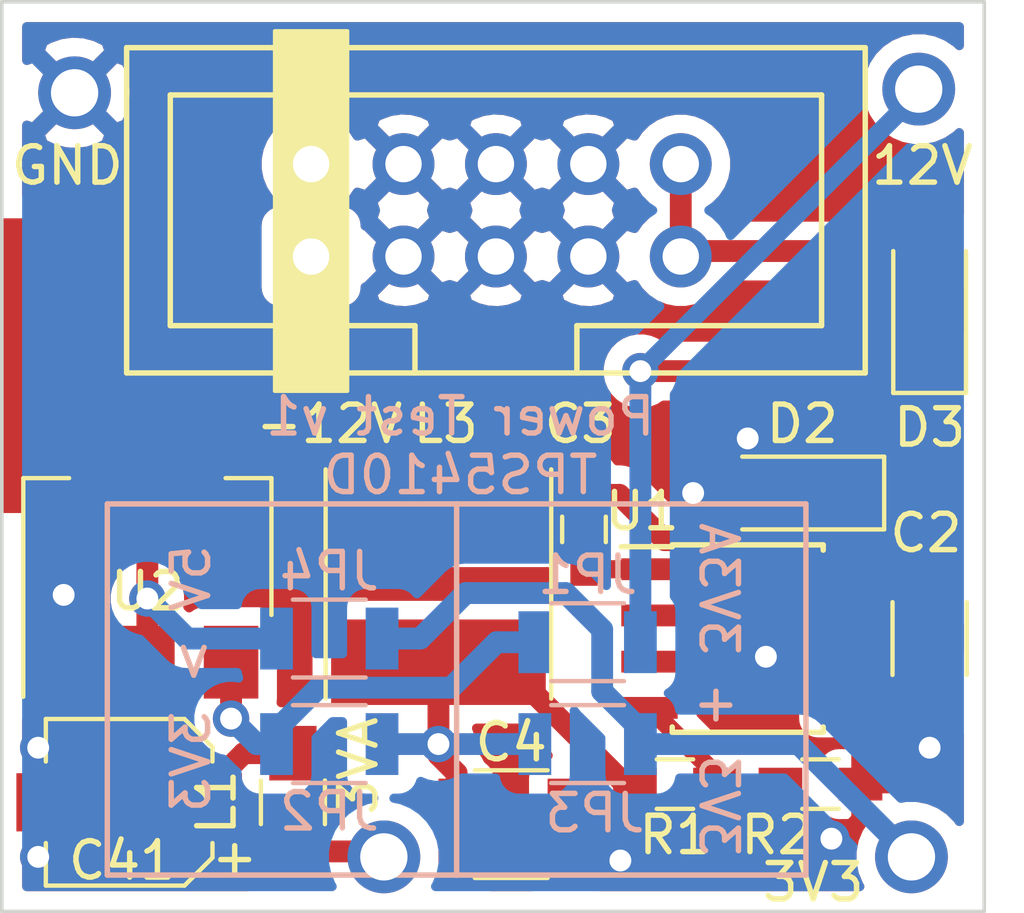
<source format=kicad_pcb>
(kicad_pcb (version 20171130) (host pcbnew "(5.1.5)-3")

  (general
    (thickness 1.6)
    (drawings 20)
    (tracks 76)
    (zones 0)
    (modules 21)
    (nets 16)
  )

  (page A4)
  (layers
    (0 F.Cu signal)
    (31 B.Cu signal)
    (32 B.Adhes user)
    (33 F.Adhes user)
    (34 B.Paste user)
    (35 F.Paste user)
    (36 B.SilkS user)
    (37 F.SilkS user)
    (38 B.Mask user)
    (39 F.Mask user hide)
    (40 Dwgs.User user)
    (41 Cmts.User user)
    (42 Eco1.User user)
    (43 Eco2.User user)
    (44 Edge.Cuts user)
    (45 Margin user)
    (46 B.CrtYd user)
    (47 F.CrtYd user)
    (48 B.Fab user hide)
    (49 F.Fab user hide)
  )

  (setup
    (last_trace_width 0.6)
    (user_trace_width 0.5)
    (user_trace_width 0.6)
    (trace_clearance 0.2)
    (zone_clearance 0.508)
    (zone_45_only no)
    (trace_min 0.2)
    (via_size 0.8)
    (via_drill 0.4)
    (via_min_size 0.4)
    (via_min_drill 0.3)
    (user_via 1 0.6)
    (user_via 1.2 1)
    (uvia_size 0.3)
    (uvia_drill 0.1)
    (uvias_allowed no)
    (uvia_min_size 0.2)
    (uvia_min_drill 0.1)
    (edge_width 0.1)
    (segment_width 0.2)
    (pcb_text_width 0.3)
    (pcb_text_size 1.5 1.5)
    (mod_edge_width 0.15)
    (mod_text_size 1 1)
    (mod_text_width 0.15)
    (pad_size 2 3.8)
    (pad_drill 0)
    (pad_to_mask_clearance 0)
    (aux_axis_origin 0 0)
    (visible_elements 7FFFFF7F)
    (pcbplotparams
      (layerselection 0x010fc_ffffffff)
      (usegerberextensions false)
      (usegerberattributes false)
      (usegerberadvancedattributes false)
      (creategerberjobfile false)
      (excludeedgelayer true)
      (linewidth 0.100000)
      (plotframeref false)
      (viasonmask false)
      (mode 1)
      (useauxorigin false)
      (hpglpennumber 1)
      (hpglpenspeed 20)
      (hpglpendiameter 15.000000)
      (psnegative false)
      (psa4output false)
      (plotreference true)
      (plotvalue true)
      (plotinvisibletext false)
      (padsonsilk false)
      (subtractmaskfromsilk false)
      (outputformat 1)
      (mirror false)
      (drillshape 1)
      (scaleselection 1)
      (outputdirectory ""))
  )

  (net 0 "")
  (net 1 VCC)
  (net 2 GND)
  (net 3 +3V3)
  (net 4 +12V)
  (net 5 -12V)
  (net 6 +3.3VA)
  (net 7 "Net-(U1-Pad2)")
  (net 8 "Net-(U1-Pad3)")
  (net 9 "Net-(U1-Pad5)")
  (net 10 /PH)
  (net 11 /VSENSE)
  (net 12 /BOOT)
  (net 13 /VOUT)
  (net 14 /V_Int)
  (net 15 /VIN)

  (net_class Default "This is the default net class."
    (clearance 0.2)
    (trace_width 0.25)
    (via_dia 0.8)
    (via_drill 0.4)
    (uvia_dia 0.3)
    (uvia_drill 0.1)
    (add_net +12V)
    (add_net +3.3VA)
    (add_net +3V3)
    (add_net -12V)
    (add_net /BOOT)
    (add_net /PH)
    (add_net /VIN)
    (add_net /VOUT)
    (add_net /VSENSE)
    (add_net /V_Int)
    (add_net GND)
    (add_net "Net-(U1-Pad2)")
    (add_net "Net-(U1-Pad3)")
    (add_net "Net-(U1-Pad5)")
    (add_net VCC)
  )

  (module Custom_Footprints:Eurorack_10_pin_header (layer F.Cu) (tedit 5FBE9495) (tstamp 5FBD159B)
    (at 93.5 56)
    (descr http://www.farnell.com/datasheets/1520732.pdf)
    (tags "connector multicomp MC9A MC9A12")
    (path /5F72E001)
    (fp_text reference J2 (at -3 -7 180) (layer F.SilkS) hide
      (effects (font (size 1 1) (thickness 0.15)))
    )
    (fp_text value Eurorack_10_pin_power (at 5.08 5 180) (layer F.Fab)
      (effects (font (size 1 1) (thickness 0.15)))
    )
    (fp_poly (pts (xy -1 -6.2) (xy 1 -6.2) (xy 1 3.7) (xy -1 3.7)) (layer F.SilkS) (width 0.1))
    (fp_text user -12V (at 0.5 4.6 180) (layer F.SilkS)
      (effects (font (size 1 1) (thickness 0.15)))
    )
    (fp_line (start 15.4 3.3) (end -5.2 3.3) (layer F.CrtYd) (width 0.05))
    (fp_line (start 15.4 -5.9) (end 15.4 3.3) (layer F.CrtYd) (width 0.05))
    (fp_line (start -5.2 -5.9) (end 15.4 -5.9) (layer F.CrtYd) (width 0.05))
    (fp_line (start -5.2 3.3) (end -5.2 -5.9) (layer F.CrtYd) (width 0.05))
    (fp_line (start 7.305 1.9) (end 7.305 3.2) (layer F.SilkS) (width 0.15))
    (fp_line (start 14.03 1.9) (end 7.305 1.9) (layer F.SilkS) (width 0.15))
    (fp_line (start 14.03 -4.44) (end 14.03 1.9) (layer F.SilkS) (width 0.15))
    (fp_line (start -3.87 -4.44) (end 14.03 -4.44) (layer F.SilkS) (width 0.15))
    (fp_line (start -3.87 1.9) (end -3.87 -4.44) (layer F.SilkS) (width 0.15))
    (fp_line (start 2.855 1.9) (end -3.87 1.9) (layer F.SilkS) (width 0.15))
    (fp_line (start 2.855 3.2) (end 2.855 1.9) (layer F.SilkS) (width 0.15))
    (fp_line (start 15.23 3.2) (end -5.07 3.2) (layer F.SilkS) (width 0.15))
    (fp_line (start 15.23 -5.74) (end 15.23 3.2) (layer F.SilkS) (width 0.15))
    (fp_line (start -5.07 -5.74) (end 15.23 -5.74) (layer F.SilkS) (width 0.15))
    (fp_line (start -5.07 3.2) (end -5.07 -5.74) (layer F.SilkS) (width 0.15))
    (pad 10 thru_hole circle (at 10.16 -2.54) (size 1.7 1.7) (drill 1) (layers *.Cu *.Mask)
      (net 4 +12V))
    (pad 9 thru_hole circle (at 10.16 0) (size 1.7 1.7) (drill 1) (layers *.Cu *.Mask)
      (net 4 +12V))
    (pad 8 thru_hole circle (at 7.62 -2.54) (size 1.7 1.7) (drill 1) (layers *.Cu *.Mask)
      (net 2 GND))
    (pad 7 thru_hole circle (at 7.62 0) (size 1.7 1.7) (drill 1) (layers *.Cu *.Mask)
      (net 2 GND))
    (pad 6 thru_hole circle (at 5.08 -2.54) (size 1.7 1.7) (drill 1) (layers *.Cu *.Mask)
      (net 2 GND))
    (pad 5 thru_hole circle (at 5.08 0) (size 1.7 1.7) (drill 1) (layers *.Cu *.Mask)
      (net 2 GND))
    (pad 4 thru_hole circle (at 2.54 -2.54) (size 1.7 1.7) (drill 1) (layers *.Cu *.Mask)
      (net 2 GND))
    (pad 3 thru_hole circle (at 2.54 0) (size 1.7 1.7) (drill 1) (layers *.Cu *.Mask)
      (net 2 GND))
    (pad 2 thru_hole circle (at 0 -2.54) (size 1.7 1.7) (drill 1) (layers *.Cu *.Mask)
      (net 5 -12V))
    (pad 1 thru_hole rect (at 0 0) (size 1.7 1.7) (drill 1) (layers *.Cu *.Mask)
      (net 5 -12V))
    (model ${KISYS3DMOD}/Connector_PinHeader_2.54mm.3dshapes/PinHeader_2x05_P2.54mm_Vertical.wrl
      (offset (xyz 10 2.5 0))
      (scale (xyz 1 1 1))
      (rotate (xyz 0 0 90))
    )
  )

  (module Resistors_SMD:R_1206 (layer B.Cu) (tedit 58E0A804) (tstamp 5FBE95DA)
    (at 94 66.5 180)
    (descr "Resistor SMD 1206, reflow soldering, Vishay (see dcrcw.pdf)")
    (tags "resistor 1206")
    (path /63CA17BE)
    (attr smd)
    (fp_text reference JP4 (at 0 1.85) (layer B.SilkS)
      (effects (font (size 1 1) (thickness 0.15)) (justify mirror))
    )
    (fp_text value Jumper_Open (at 0 -1.95) (layer B.Fab)
      (effects (font (size 1 1) (thickness 0.15)) (justify mirror))
    )
    (fp_text user %R (at 0 0) (layer B.Fab)
      (effects (font (size 0.7 0.7) (thickness 0.105)) (justify mirror))
    )
    (fp_line (start -1.6 -0.8) (end -1.6 0.8) (layer B.Fab) (width 0.1))
    (fp_line (start 1.6 -0.8) (end -1.6 -0.8) (layer B.Fab) (width 0.1))
    (fp_line (start 1.6 0.8) (end 1.6 -0.8) (layer B.Fab) (width 0.1))
    (fp_line (start -1.6 0.8) (end 1.6 0.8) (layer B.Fab) (width 0.1))
    (fp_line (start 1 -1.07) (end -1 -1.07) (layer B.SilkS) (width 0.12))
    (fp_line (start -1 1.07) (end 1 1.07) (layer B.SilkS) (width 0.12))
    (fp_line (start -2.15 1.11) (end 2.15 1.11) (layer B.CrtYd) (width 0.05))
    (fp_line (start -2.15 1.11) (end -2.15 -1.1) (layer B.CrtYd) (width 0.05))
    (fp_line (start 2.15 -1.1) (end 2.15 1.11) (layer B.CrtYd) (width 0.05))
    (fp_line (start 2.15 -1.1) (end -2.15 -1.1) (layer B.CrtYd) (width 0.05))
    (pad 1 smd rect (at -1.45 0 180) (size 0.9 1.7) (layers B.Cu B.Paste B.Mask)
      (net 3 +3V3))
    (pad 2 smd rect (at 1.45 0 180) (size 0.9 1.7) (layers B.Cu B.Paste B.Mask)
      (net 13 /VOUT))
    (model ${KISYS3DMOD}/Resistors_SMD.3dshapes/R_1206.wrl
      (at (xyz 0 0 0))
      (scale (xyz 1 1 1))
      (rotate (xyz 0 0 0))
    )
  )

  (module Resistors_SMD:R_1206 (layer B.Cu) (tedit 58E0A804) (tstamp 5FBE9EC3)
    (at 101.1 69.4 180)
    (descr "Resistor SMD 1206, reflow soldering, Vishay (see dcrcw.pdf)")
    (tags "resistor 1206")
    (path /63CA9641)
    (attr smd)
    (fp_text reference JP3 (at -0.2 -1.9) (layer B.SilkS)
      (effects (font (size 1 1) (thickness 0.15)) (justify mirror))
    )
    (fp_text value Jumper_Closed (at 0 -1.95) (layer B.Fab)
      (effects (font (size 1 1) (thickness 0.15)) (justify mirror))
    )
    (fp_text user %R (at 0 0) (layer B.Fab)
      (effects (font (size 0.7 0.7) (thickness 0.105)) (justify mirror))
    )
    (fp_line (start -1.6 -0.8) (end -1.6 0.8) (layer B.Fab) (width 0.1))
    (fp_line (start 1.6 -0.8) (end -1.6 -0.8) (layer B.Fab) (width 0.1))
    (fp_line (start 1.6 0.8) (end 1.6 -0.8) (layer B.Fab) (width 0.1))
    (fp_line (start -1.6 0.8) (end 1.6 0.8) (layer B.Fab) (width 0.1))
    (fp_line (start 1 -1.07) (end -1 -1.07) (layer B.SilkS) (width 0.12))
    (fp_line (start -1 1.07) (end 1 1.07) (layer B.SilkS) (width 0.12))
    (fp_line (start -2.15 1.11) (end 2.15 1.11) (layer B.CrtYd) (width 0.05))
    (fp_line (start -2.15 1.11) (end -2.15 -1.1) (layer B.CrtYd) (width 0.05))
    (fp_line (start 2.15 -1.1) (end 2.15 1.11) (layer B.CrtYd) (width 0.05))
    (fp_line (start 2.15 -1.1) (end -2.15 -1.1) (layer B.CrtYd) (width 0.05))
    (pad 1 smd rect (at -1.45 0 180) (size 0.9 1.7) (layers B.Cu B.Paste B.Mask)
      (net 3 +3V3))
    (pad 2 smd rect (at 1.45 0 180) (size 0.9 1.7) (layers B.Cu B.Paste B.Mask)
      (net 14 /V_Int))
    (model ${KISYS3DMOD}/Resistors_SMD.3dshapes/R_1206.wrl
      (at (xyz 0 0 0))
      (scale (xyz 1 1 1))
      (rotate (xyz 0 0 0))
    )
  )

  (module Resistors_SMD:R_1206 (layer B.Cu) (tedit 58E0A804) (tstamp 5FBE95D4)
    (at 94 69.4)
    (descr "Resistor SMD 1206, reflow soldering, Vishay (see dcrcw.pdf)")
    (tags "resistor 1206")
    (path /63CA47C6)
    (attr smd)
    (fp_text reference JP2 (at 0 1.85) (layer B.SilkS)
      (effects (font (size 1 1) (thickness 0.15)) (justify mirror))
    )
    (fp_text value Jumper_Open (at 0 -1.95) (layer B.Fab)
      (effects (font (size 1 1) (thickness 0.15)) (justify mirror))
    )
    (fp_text user %R (at 0 0) (layer B.Fab)
      (effects (font (size 0.7 0.7) (thickness 0.105)) (justify mirror))
    )
    (fp_line (start -1.6 -0.8) (end -1.6 0.8) (layer B.Fab) (width 0.1))
    (fp_line (start 1.6 -0.8) (end -1.6 -0.8) (layer B.Fab) (width 0.1))
    (fp_line (start 1.6 0.8) (end 1.6 -0.8) (layer B.Fab) (width 0.1))
    (fp_line (start -1.6 0.8) (end 1.6 0.8) (layer B.Fab) (width 0.1))
    (fp_line (start 1 -1.07) (end -1 -1.07) (layer B.SilkS) (width 0.12))
    (fp_line (start -1 1.07) (end 1 1.07) (layer B.SilkS) (width 0.12))
    (fp_line (start -2.15 1.11) (end 2.15 1.11) (layer B.CrtYd) (width 0.05))
    (fp_line (start -2.15 1.11) (end -2.15 -1.1) (layer B.CrtYd) (width 0.05))
    (fp_line (start 2.15 -1.1) (end 2.15 1.11) (layer B.CrtYd) (width 0.05))
    (fp_line (start 2.15 -1.1) (end -2.15 -1.1) (layer B.CrtYd) (width 0.05))
    (pad 1 smd rect (at -1.45 0) (size 0.9 1.7) (layers B.Cu B.Paste B.Mask)
      (net 15 /VIN))
    (pad 2 smd rect (at 1.45 0) (size 0.9 1.7) (layers B.Cu B.Paste B.Mask)
      (net 14 /V_Int))
    (model ${KISYS3DMOD}/Resistors_SMD.3dshapes/R_1206.wrl
      (at (xyz 0 0 0))
      (scale (xyz 1 1 1))
      (rotate (xyz 0 0 0))
    )
  )

  (module Resistors_SMD:R_1206 (layer B.Cu) (tedit 58E0A804) (tstamp 5FBE9F28)
    (at 101.1 66.6 180)
    (descr "Resistor SMD 1206, reflow soldering, Vishay (see dcrcw.pdf)")
    (tags "resistor 1206")
    (path /63CA67C0)
    (attr smd)
    (fp_text reference JP1 (at 0 1.85) (layer B.SilkS)
      (effects (font (size 1 1) (thickness 0.15)) (justify mirror))
    )
    (fp_text value Jumper_Closed (at 0 -1.95) (layer B.Fab)
      (effects (font (size 1 1) (thickness 0.15)) (justify mirror))
    )
    (fp_text user %R (at 0 0) (layer B.Fab)
      (effects (font (size 0.7 0.7) (thickness 0.105)) (justify mirror))
    )
    (fp_line (start -1.6 -0.8) (end -1.6 0.8) (layer B.Fab) (width 0.1))
    (fp_line (start 1.6 -0.8) (end -1.6 -0.8) (layer B.Fab) (width 0.1))
    (fp_line (start 1.6 0.8) (end 1.6 -0.8) (layer B.Fab) (width 0.1))
    (fp_line (start -1.6 0.8) (end 1.6 0.8) (layer B.Fab) (width 0.1))
    (fp_line (start 1 -1.07) (end -1 -1.07) (layer B.SilkS) (width 0.12))
    (fp_line (start -1 1.07) (end 1 1.07) (layer B.SilkS) (width 0.12))
    (fp_line (start -2.15 1.11) (end 2.15 1.11) (layer B.CrtYd) (width 0.05))
    (fp_line (start -2.15 1.11) (end -2.15 -1.1) (layer B.CrtYd) (width 0.05))
    (fp_line (start 2.15 -1.1) (end 2.15 1.11) (layer B.CrtYd) (width 0.05))
    (fp_line (start 2.15 -1.1) (end -2.15 -1.1) (layer B.CrtYd) (width 0.05))
    (pad 1 smd rect (at -1.45 0 180) (size 0.9 1.7) (layers B.Cu B.Paste B.Mask)
      (net 1 VCC))
    (pad 2 smd rect (at 1.45 0 180) (size 0.9 1.7) (layers B.Cu B.Paste B.Mask)
      (net 15 /VIN))
    (model ${KISYS3DMOD}/Resistors_SMD.3dshapes/R_1206.wrl
      (at (xyz 0 0 0))
      (scale (xyz 1 1 1))
      (rotate (xyz 0 0 0))
    )
  )

  (module TO_SOT_Packages_SMD:SOT-223-3_TabPin2 (layer F.Cu) (tedit 5FBE721B) (tstamp 5FBE8884)
    (at 89 64 90)
    (descr "module CMS SOT223 4 pins")
    (tags "CMS SOT")
    (path /63C86E47)
    (attr smd)
    (fp_text reference U2 (at -1.2 0 180) (layer F.SilkS)
      (effects (font (size 1 1) (thickness 0.15)))
    )
    (fp_text value LD1117-3.3-4Tab (at 0 4.5 90) (layer F.Fab)
      (effects (font (size 1 1) (thickness 0.15)))
    )
    (fp_text user %R (at 0 0) (layer F.Fab)
      (effects (font (size 0.8 0.8) (thickness 0.12)))
    )
    (fp_line (start 1.91 3.41) (end 1.91 2.15) (layer F.SilkS) (width 0.12))
    (fp_line (start 1.91 -3.41) (end 1.91 -2.15) (layer F.SilkS) (width 0.12))
    (fp_line (start 4.4 -3.6) (end -4.4 -3.6) (layer F.CrtYd) (width 0.05))
    (fp_line (start 4.4 3.6) (end 4.4 -3.6) (layer F.CrtYd) (width 0.05))
    (fp_line (start -4.4 3.6) (end 4.4 3.6) (layer F.CrtYd) (width 0.05))
    (fp_line (start -4.4 -3.6) (end -4.4 3.6) (layer F.CrtYd) (width 0.05))
    (fp_line (start -1.85 -2.35) (end -0.85 -3.35) (layer F.Fab) (width 0.1))
    (fp_line (start -1.85 -2.35) (end -1.85 3.35) (layer F.Fab) (width 0.1))
    (fp_line (start -1.85 3.41) (end 1.91 3.41) (layer F.SilkS) (width 0.12))
    (fp_line (start -0.85 -3.35) (end 1.85 -3.35) (layer F.Fab) (width 0.1))
    (fp_line (start -4.1 -3.41) (end 1.91 -3.41) (layer F.SilkS) (width 0.12))
    (fp_line (start -1.85 3.35) (end 1.85 3.35) (layer F.Fab) (width 0.1))
    (fp_line (start 1.85 -3.35) (end 1.85 3.35) (layer F.Fab) (width 0.1))
    (pad 2 smd rect (at 3.15 0 90) (size 2 3.8) (layers F.Cu F.Paste F.Mask)
      (net 13 /VOUT) (zone_connect 2))
    (pad 2 smd rect (at -3.15 0 90) (size 2 1.5) (layers F.Cu F.Paste F.Mask)
      (net 13 /VOUT))
    (pad 3 smd rect (at -3.15 2.3 90) (size 2 1.5) (layers F.Cu F.Paste F.Mask)
      (net 15 /VIN))
    (pad 1 smd rect (at -3.15 -2.3 90) (size 2 1.5) (layers F.Cu F.Paste F.Mask)
      (net 2 GND))
    (model ${KISYS3DMOD}/TO_SOT_Packages_SMD.3dshapes/SOT-223.wrl
      (at (xyz 0 0 0))
      (scale (xyz 1 1 1))
      (rotate (xyz 0 0 0))
    )
  )

  (module Custom_Footprints:Inductor_SMD_6x6mm (layer F.Cu) (tedit 5FBE3263) (tstamp 5FBD817A)
    (at 97 65 270)
    (descr "3L COILS SNR6045K-680M")
    (tags "inductor smd")
    (path /63B9E041)
    (attr smd)
    (fp_text reference L3 (at -4.4 -0.2 180) (layer F.SilkS)
      (effects (font (size 1 1) (thickness 0.15)))
    )
    (fp_text value 56uH (at 0 4.5 90) (layer F.Fab)
      (effects (font (size 1 1) (thickness 0.15)))
    )
    (fp_text user %R (at 0 0 90) (layer F.Fab)
      (effects (font (size 1 1) (thickness 0.15)))
    )
    (fp_line (start -3 0) (end -3 -2) (layer F.Fab) (width 0.1))
    (fp_line (start -3 -2) (end -2 -3) (layer F.Fab) (width 0.1))
    (fp_line (start -2 -3) (end 0 -3) (layer F.Fab) (width 0.1))
    (fp_line (start 3 0) (end 3 -2) (layer F.Fab) (width 0.1))
    (fp_line (start 3 -2) (end 2 -3) (layer F.Fab) (width 0.1))
    (fp_line (start 2 -3) (end 0 -3) (layer F.Fab) (width 0.1))
    (fp_line (start 3 0) (end 3 2) (layer F.Fab) (width 0.1))
    (fp_line (start 3 2) (end 2 3) (layer F.Fab) (width 0.1))
    (fp_line (start 2 3) (end 0 3) (layer F.Fab) (width 0.1))
    (fp_line (start -3 0) (end -3 2) (layer F.Fab) (width 0.1))
    (fp_line (start -3 2) (end -2 3) (layer F.Fab) (width 0.1))
    (fp_line (start -2 3) (end 0 3) (layer F.Fab) (width 0.1))
    (fp_line (start -3.15 -3.1) (end 3.15 -3.1) (layer F.SilkS) (width 0.12))
    (fp_line (start -3.15 3.1) (end 3.15 3.1) (layer F.SilkS) (width 0.12))
    (fp_line (start -3.45 -3.25) (end -3.45 3.25) (layer F.CrtYd) (width 0.05))
    (fp_line (start -3.45 3.25) (end 3.45 3.25) (layer F.CrtYd) (width 0.05))
    (fp_line (start 3.45 3.25) (end 3.45 -3.25) (layer F.CrtYd) (width 0.05))
    (fp_line (start 3.45 -3.25) (end -3.45 -3.25) (layer F.CrtYd) (width 0.05))
    (pad 1 smd rect (at -2.15 0 270) (size 2.35 5.9) (layers F.Cu F.Paste F.Mask)
      (net 10 /PH))
    (pad 2 smd rect (at 2.15 0 270) (size 2.35 5.9) (layers F.Cu F.Paste F.Mask)
      (net 14 /V_Int))
    (model ${KISYS3DMOD}/Inductors_SMD.3dshapes/L_Taiyo-Yuden_NR-60xx.wrl
      (at (xyz 0 0 0))
      (scale (xyz 1 1 1))
      (rotate (xyz 0 0 0))
    )
    (model ${KISYS3DMOD}/Inductor_SMD.3dshapes/L_Bourns_SRN6045TA.step
      (at (xyz 0 0 0))
      (scale (xyz 1 1 1))
      (rotate (xyz 0 0 0))
    )
  )

  (module Housings_SOIC:SOIC-8_3.9x4.9mm_Pitch1.27mm (layer F.Cu) (tedit 58CD0CDA) (tstamp 5FBD87E0)
    (at 105.5 66.5)
    (descr "8-Lead Plastic Small Outline (SN) - Narrow, 3.90 mm Body [SOIC] (see Microchip Packaging Specification 00000049BS.pdf)")
    (tags "SOIC 1.27")
    (path /63B9AA59)
    (attr smd)
    (fp_text reference U1 (at -2.9 -3.5) (layer F.SilkS)
      (effects (font (size 1 1) (thickness 0.15)))
    )
    (fp_text value TPS5410D (at 0 3.5) (layer F.Fab)
      (effects (font (size 1 1) (thickness 0.15)))
    )
    (fp_text user %R (at 0 0) (layer F.Fab)
      (effects (font (size 1 1) (thickness 0.15)))
    )
    (fp_line (start -0.95 -2.45) (end 1.95 -2.45) (layer F.Fab) (width 0.1))
    (fp_line (start 1.95 -2.45) (end 1.95 2.45) (layer F.Fab) (width 0.1))
    (fp_line (start 1.95 2.45) (end -1.95 2.45) (layer F.Fab) (width 0.1))
    (fp_line (start -1.95 2.45) (end -1.95 -1.45) (layer F.Fab) (width 0.1))
    (fp_line (start -1.95 -1.45) (end -0.95 -2.45) (layer F.Fab) (width 0.1))
    (fp_line (start -3.73 -2.7) (end -3.73 2.7) (layer F.CrtYd) (width 0.05))
    (fp_line (start 3.73 -2.7) (end 3.73 2.7) (layer F.CrtYd) (width 0.05))
    (fp_line (start -3.73 -2.7) (end 3.73 -2.7) (layer F.CrtYd) (width 0.05))
    (fp_line (start -3.73 2.7) (end 3.73 2.7) (layer F.CrtYd) (width 0.05))
    (fp_line (start -2.075 -2.575) (end -2.075 -2.525) (layer F.SilkS) (width 0.15))
    (fp_line (start 2.075 -2.575) (end 2.075 -2.43) (layer F.SilkS) (width 0.15))
    (fp_line (start 2.075 2.575) (end 2.075 2.43) (layer F.SilkS) (width 0.15))
    (fp_line (start -2.075 2.575) (end -2.075 2.43) (layer F.SilkS) (width 0.15))
    (fp_line (start -2.075 -2.575) (end 2.075 -2.575) (layer F.SilkS) (width 0.15))
    (fp_line (start -2.075 2.575) (end 2.075 2.575) (layer F.SilkS) (width 0.15))
    (fp_line (start -2.075 -2.525) (end -3.475 -2.525) (layer F.SilkS) (width 0.15))
    (pad 1 smd rect (at -2.7 -1.905) (size 1.55 0.6) (layers F.Cu F.Paste F.Mask)
      (net 12 /BOOT))
    (pad 2 smd rect (at -2.7 -0.635) (size 1.55 0.6) (layers F.Cu F.Paste F.Mask)
      (net 7 "Net-(U1-Pad2)"))
    (pad 3 smd rect (at -2.7 0.635) (size 1.55 0.6) (layers F.Cu F.Paste F.Mask)
      (net 8 "Net-(U1-Pad3)"))
    (pad 4 smd rect (at -2.7 1.905) (size 1.55 0.6) (layers F.Cu F.Paste F.Mask)
      (net 11 /VSENSE))
    (pad 5 smd rect (at 2.7 1.905) (size 1.55 0.6) (layers F.Cu F.Paste F.Mask)
      (net 9 "Net-(U1-Pad5)"))
    (pad 6 smd rect (at 2.7 0.635) (size 1.55 0.6) (layers F.Cu F.Paste F.Mask)
      (net 2 GND))
    (pad 7 smd rect (at 2.7 -0.635) (size 1.55 0.6) (layers F.Cu F.Paste F.Mask)
      (net 1 VCC))
    (pad 8 smd rect (at 2.7 -1.905) (size 1.55 0.6) (layers F.Cu F.Paste F.Mask)
      (net 10 /PH))
    (model ${KISYS3DMOD}/Housings_SOIC.3dshapes/SOIC-8_3.9x4.9mm_Pitch1.27mm.wrl
      (at (xyz 0 0 0))
      (scale (xyz 1 1 1))
      (rotate (xyz 0 0 0))
    )
  )

  (module Resistors_SMD:R_0603_HandSoldering (layer F.Cu) (tedit 58E0A804) (tstamp 5FBD8180)
    (at 107.5 70.5)
    (descr "Resistor SMD 0603, hand soldering")
    (tags "resistor 0603")
    (path /63BA51B4)
    (attr smd)
    (fp_text reference R2 (at -1.2 1.4) (layer F.SilkS)
      (effects (font (size 1 1) (thickness 0.15)))
    )
    (fp_text value 5.9k (at 0 1.55) (layer F.Fab)
      (effects (font (size 1 1) (thickness 0.15)))
    )
    (fp_text user %R (at 0 0) (layer F.Fab)
      (effects (font (size 0.4 0.4) (thickness 0.075)))
    )
    (fp_line (start -0.8 0.4) (end -0.8 -0.4) (layer F.Fab) (width 0.1))
    (fp_line (start 0.8 0.4) (end -0.8 0.4) (layer F.Fab) (width 0.1))
    (fp_line (start 0.8 -0.4) (end 0.8 0.4) (layer F.Fab) (width 0.1))
    (fp_line (start -0.8 -0.4) (end 0.8 -0.4) (layer F.Fab) (width 0.1))
    (fp_line (start 0.5 0.68) (end -0.5 0.68) (layer F.SilkS) (width 0.12))
    (fp_line (start -0.5 -0.68) (end 0.5 -0.68) (layer F.SilkS) (width 0.12))
    (fp_line (start -1.96 -0.7) (end 1.95 -0.7) (layer F.CrtYd) (width 0.05))
    (fp_line (start -1.96 -0.7) (end -1.96 0.7) (layer F.CrtYd) (width 0.05))
    (fp_line (start 1.95 0.7) (end 1.95 -0.7) (layer F.CrtYd) (width 0.05))
    (fp_line (start 1.95 0.7) (end -1.96 0.7) (layer F.CrtYd) (width 0.05))
    (pad 1 smd rect (at -1.1 0) (size 1.2 0.9) (layers F.Cu F.Paste F.Mask)
      (net 11 /VSENSE))
    (pad 2 smd rect (at 1.1 0) (size 1.2 0.9) (layers F.Cu F.Paste F.Mask)
      (net 2 GND))
    (model ${KISYS3DMOD}/Resistors_SMD.3dshapes/R_0603.wrl
      (at (xyz 0 0 0))
      (scale (xyz 1 1 1))
      (rotate (xyz 0 0 0))
    )
  )

  (module Resistors_SMD:R_0603_HandSoldering (layer F.Cu) (tedit 58E0A804) (tstamp 5FBD817D)
    (at 103.5 70.5)
    (descr "Resistor SMD 0603, hand soldering")
    (tags "resistor 0603")
    (path /63B9EB15)
    (attr smd)
    (fp_text reference R1 (at 0 1.4) (layer F.SilkS)
      (effects (font (size 1 1) (thickness 0.15)))
    )
    (fp_text value 10k (at 0 1.55) (layer F.Fab)
      (effects (font (size 1 1) (thickness 0.15)))
    )
    (fp_text user %R (at 0 0) (layer F.Fab)
      (effects (font (size 0.4 0.4) (thickness 0.075)))
    )
    (fp_line (start -0.8 0.4) (end -0.8 -0.4) (layer F.Fab) (width 0.1))
    (fp_line (start 0.8 0.4) (end -0.8 0.4) (layer F.Fab) (width 0.1))
    (fp_line (start 0.8 -0.4) (end 0.8 0.4) (layer F.Fab) (width 0.1))
    (fp_line (start -0.8 -0.4) (end 0.8 -0.4) (layer F.Fab) (width 0.1))
    (fp_line (start 0.5 0.68) (end -0.5 0.68) (layer F.SilkS) (width 0.12))
    (fp_line (start -0.5 -0.68) (end 0.5 -0.68) (layer F.SilkS) (width 0.12))
    (fp_line (start -1.96 -0.7) (end 1.95 -0.7) (layer F.CrtYd) (width 0.05))
    (fp_line (start -1.96 -0.7) (end -1.96 0.7) (layer F.CrtYd) (width 0.05))
    (fp_line (start 1.95 0.7) (end 1.95 -0.7) (layer F.CrtYd) (width 0.05))
    (fp_line (start 1.95 0.7) (end -1.96 0.7) (layer F.CrtYd) (width 0.05))
    (pad 1 smd rect (at -1.1 0) (size 1.2 0.9) (layers F.Cu F.Paste F.Mask)
      (net 14 /V_Int))
    (pad 2 smd rect (at 1.1 0) (size 1.2 0.9) (layers F.Cu F.Paste F.Mask)
      (net 11 /VSENSE))
    (model ${KISYS3DMOD}/Resistors_SMD.3dshapes/R_0603.wrl
      (at (xyz 0 0 0))
      (scale (xyz 1 1 1))
      (rotate (xyz 0 0 0))
    )
  )

  (module Diodes_SMD:D_SOD-123 (layer F.Cu) (tedit 58645DC7) (tstamp 5FBD80D3)
    (at 107 62.5 180)
    (descr SOD-123)
    (tags SOD-123)
    (path /63B9D800)
    (attr smd)
    (fp_text reference D2 (at 0 1.9) (layer F.SilkS)
      (effects (font (size 1 1) (thickness 0.15)))
    )
    (fp_text value 1N5819 (at 0 2.1) (layer F.Fab)
      (effects (font (size 1 1) (thickness 0.15)))
    )
    (fp_text user %R (at 0 -2) (layer F.Fab)
      (effects (font (size 1 1) (thickness 0.15)))
    )
    (fp_line (start -2.25 -1) (end -2.25 1) (layer F.SilkS) (width 0.12))
    (fp_line (start 0.25 0) (end 0.75 0) (layer F.Fab) (width 0.1))
    (fp_line (start 0.25 0.4) (end -0.35 0) (layer F.Fab) (width 0.1))
    (fp_line (start 0.25 -0.4) (end 0.25 0.4) (layer F.Fab) (width 0.1))
    (fp_line (start -0.35 0) (end 0.25 -0.4) (layer F.Fab) (width 0.1))
    (fp_line (start -0.35 0) (end -0.35 0.55) (layer F.Fab) (width 0.1))
    (fp_line (start -0.35 0) (end -0.35 -0.55) (layer F.Fab) (width 0.1))
    (fp_line (start -0.75 0) (end -0.35 0) (layer F.Fab) (width 0.1))
    (fp_line (start -1.4 0.9) (end -1.4 -0.9) (layer F.Fab) (width 0.1))
    (fp_line (start 1.4 0.9) (end -1.4 0.9) (layer F.Fab) (width 0.1))
    (fp_line (start 1.4 -0.9) (end 1.4 0.9) (layer F.Fab) (width 0.1))
    (fp_line (start -1.4 -0.9) (end 1.4 -0.9) (layer F.Fab) (width 0.1))
    (fp_line (start -2.35 -1.15) (end 2.35 -1.15) (layer F.CrtYd) (width 0.05))
    (fp_line (start 2.35 -1.15) (end 2.35 1.15) (layer F.CrtYd) (width 0.05))
    (fp_line (start 2.35 1.15) (end -2.35 1.15) (layer F.CrtYd) (width 0.05))
    (fp_line (start -2.35 -1.15) (end -2.35 1.15) (layer F.CrtYd) (width 0.05))
    (fp_line (start -2.25 1) (end 1.65 1) (layer F.SilkS) (width 0.12))
    (fp_line (start -2.25 -1) (end 1.65 -1) (layer F.SilkS) (width 0.12))
    (pad 1 smd rect (at -1.65 0 180) (size 0.9 1.2) (layers F.Cu F.Paste F.Mask)
      (net 10 /PH))
    (pad 2 smd rect (at 1.65 0 180) (size 0.9 1.2) (layers F.Cu F.Paste F.Mask)
      (net 2 GND))
    (model ${KISYS3DMOD}/Diodes_SMD.3dshapes/D_SOD-123.wrl
      (at (xyz 0 0 0))
      (scale (xyz 1 1 1))
      (rotate (xyz 0 0 0))
    )
  )

  (module Capacitors_SMD:C_1210 (layer F.Cu) (tedit 58AA84E2) (tstamp 5FBD8064)
    (at 99 71.6)
    (descr "Capacitor SMD 1210, reflow soldering, AVX (see smccp.pdf)")
    (tags "capacitor 1210")
    (path /63BA5427)
    (attr smd)
    (fp_text reference C4 (at 0 -2.25) (layer F.SilkS)
      (effects (font (size 1 1) (thickness 0.15)))
    )
    (fp_text value 150uF (at 0 2.5) (layer F.Fab)
      (effects (font (size 1 1) (thickness 0.15)))
    )
    (fp_text user %R (at 0 -2.25) (layer F.Fab)
      (effects (font (size 1 1) (thickness 0.15)))
    )
    (fp_line (start -1.6 1.25) (end -1.6 -1.25) (layer F.Fab) (width 0.1))
    (fp_line (start 1.6 1.25) (end -1.6 1.25) (layer F.Fab) (width 0.1))
    (fp_line (start 1.6 -1.25) (end 1.6 1.25) (layer F.Fab) (width 0.1))
    (fp_line (start -1.6 -1.25) (end 1.6 -1.25) (layer F.Fab) (width 0.1))
    (fp_line (start 1 -1.48) (end -1 -1.48) (layer F.SilkS) (width 0.12))
    (fp_line (start -1 1.48) (end 1 1.48) (layer F.SilkS) (width 0.12))
    (fp_line (start -2.25 -1.5) (end 2.25 -1.5) (layer F.CrtYd) (width 0.05))
    (fp_line (start -2.25 -1.5) (end -2.25 1.5) (layer F.CrtYd) (width 0.05))
    (fp_line (start 2.25 1.5) (end 2.25 -1.5) (layer F.CrtYd) (width 0.05))
    (fp_line (start 2.25 1.5) (end -2.25 1.5) (layer F.CrtYd) (width 0.05))
    (pad 1 smd rect (at -1.5 0) (size 1 2.5) (layers F.Cu F.Paste F.Mask)
      (net 14 /V_Int))
    (pad 2 smd rect (at 1.5 0) (size 1 2.5) (layers F.Cu F.Paste F.Mask)
      (net 2 GND))
    (model Capacitors_SMD.3dshapes/C_1210.wrl
      (at (xyz 0 0 0))
      (scale (xyz 1 1 1))
      (rotate (xyz 0 0 0))
    )
  )

  (module Capacitors_SMD:C_0603_HandSoldering (layer F.Cu) (tedit 58AA848B) (tstamp 5FBE5244)
    (at 101 63.5 270)
    (descr "Capacitor SMD 0603, hand soldering")
    (tags "capacitor 0603")
    (path /63B9D019)
    (attr smd)
    (fp_text reference C3 (at -2.9 0.1 180) (layer F.SilkS)
      (effects (font (size 1 1) (thickness 0.15)))
    )
    (fp_text value 10nF (at 0 1.5 90) (layer F.Fab)
      (effects (font (size 1 1) (thickness 0.15)))
    )
    (fp_text user %R (at 0 -1.25 90) (layer F.Fab)
      (effects (font (size 1 1) (thickness 0.15)))
    )
    (fp_line (start -0.8 0.4) (end -0.8 -0.4) (layer F.Fab) (width 0.1))
    (fp_line (start 0.8 0.4) (end -0.8 0.4) (layer F.Fab) (width 0.1))
    (fp_line (start 0.8 -0.4) (end 0.8 0.4) (layer F.Fab) (width 0.1))
    (fp_line (start -0.8 -0.4) (end 0.8 -0.4) (layer F.Fab) (width 0.1))
    (fp_line (start -0.35 -0.6) (end 0.35 -0.6) (layer F.SilkS) (width 0.12))
    (fp_line (start 0.35 0.6) (end -0.35 0.6) (layer F.SilkS) (width 0.12))
    (fp_line (start -1.8 -0.65) (end 1.8 -0.65) (layer F.CrtYd) (width 0.05))
    (fp_line (start -1.8 -0.65) (end -1.8 0.65) (layer F.CrtYd) (width 0.05))
    (fp_line (start 1.8 0.65) (end 1.8 -0.65) (layer F.CrtYd) (width 0.05))
    (fp_line (start 1.8 0.65) (end -1.8 0.65) (layer F.CrtYd) (width 0.05))
    (pad 1 smd rect (at -0.95 0 270) (size 1.2 0.75) (layers F.Cu F.Paste F.Mask)
      (net 10 /PH))
    (pad 2 smd rect (at 0.95 0 270) (size 1.2 0.75) (layers F.Cu F.Paste F.Mask)
      (net 12 /BOOT))
    (model Capacitors_SMD.3dshapes/C_0603.wrl
      (at (xyz 0 0 0))
      (scale (xyz 1 1 1))
      (rotate (xyz 0 0 0))
    )
  )

  (module Capacitors_SMD:C_1206 (layer F.Cu) (tedit 58AA84B8) (tstamp 5FBD805E)
    (at 110.5 66.5 270)
    (descr "Capacitor SMD 1206, reflow soldering, AVX (see smccp.pdf)")
    (tags "capacitor 1206")
    (path /63C237DB)
    (attr smd)
    (fp_text reference C2 (at -2.9 0.1 180) (layer F.SilkS)
      (effects (font (size 1 1) (thickness 0.15)))
    )
    (fp_text value 10uF (at 0 2 90) (layer F.Fab)
      (effects (font (size 1 1) (thickness 0.15)))
    )
    (fp_text user %R (at 0 -1.75 90) (layer F.Fab)
      (effects (font (size 1 1) (thickness 0.15)))
    )
    (fp_line (start -1.6 0.8) (end -1.6 -0.8) (layer F.Fab) (width 0.1))
    (fp_line (start 1.6 0.8) (end -1.6 0.8) (layer F.Fab) (width 0.1))
    (fp_line (start 1.6 -0.8) (end 1.6 0.8) (layer F.Fab) (width 0.1))
    (fp_line (start -1.6 -0.8) (end 1.6 -0.8) (layer F.Fab) (width 0.1))
    (fp_line (start 1 -1.02) (end -1 -1.02) (layer F.SilkS) (width 0.12))
    (fp_line (start -1 1.02) (end 1 1.02) (layer F.SilkS) (width 0.12))
    (fp_line (start -2.25 -1.05) (end 2.25 -1.05) (layer F.CrtYd) (width 0.05))
    (fp_line (start -2.25 -1.05) (end -2.25 1.05) (layer F.CrtYd) (width 0.05))
    (fp_line (start 2.25 1.05) (end 2.25 -1.05) (layer F.CrtYd) (width 0.05))
    (fp_line (start 2.25 1.05) (end -2.25 1.05) (layer F.CrtYd) (width 0.05))
    (pad 1 smd rect (at -1.5 0 270) (size 1 1.6) (layers F.Cu F.Paste F.Mask)
      (net 1 VCC))
    (pad 2 smd rect (at 1.5 0 270) (size 1 1.6) (layers F.Cu F.Paste F.Mask)
      (net 2 GND))
    (model Capacitors_SMD.3dshapes/C_1206.wrl
      (at (xyz 0 0 0))
      (scale (xyz 1 1 1))
      (rotate (xyz 0 0 0))
    )
  )

  (module Custom_Footprints:1.3mm_Test_Point (layer F.Cu) (tedit 5FBA8335) (tstamp 5FBD15DF)
    (at 110.2 51.4)
    (descr "1.3mm Test Point")
    (tags "Through Hole Mount Test Points")
    (path /5FBC912F)
    (attr virtual)
    (fp_text reference TP5 (at 0 -2.75) (layer F.SilkS) hide
      (effects (font (size 1 1) (thickness 0.15)))
    )
    (fp_text value TestPoint (at 0 2.75) (layer F.Fab)
      (effects (font (size 1 1) (thickness 0.15)))
    )
    (fp_line (start -1.25 0.4) (end -1.25 -0.4) (layer F.Fab) (width 0.15))
    (fp_line (start 1.25 0.4) (end -1.25 0.4) (layer F.Fab) (width 0.15))
    (fp_line (start 1.25 -0.4) (end 1.25 0.4) (layer F.Fab) (width 0.15))
    (fp_line (start -1.25 -0.4) (end 1.25 -0.4) (layer F.Fab) (width 0.15))
    (fp_circle (center 0 0) (end 1.05 0) (layer F.CrtYd) (width 0.05))
    (pad 1 thru_hole circle (at 0 0) (size 2 2) (drill 1.3) (layers *.Cu *.Mask)
      (net 1 VCC))
  )

  (module Custom_Footprints:1.3mm_Test_Point (layer F.Cu) (tedit 5FBA8335) (tstamp 5FBD15D5)
    (at 95.5 72.5)
    (descr "1.3mm Test Point")
    (tags "Through Hole Mount Test Points")
    (path /5FBC8AAF)
    (attr virtual)
    (fp_text reference TP3 (at 0 -2.75) (layer F.SilkS) hide
      (effects (font (size 1 1) (thickness 0.15)))
    )
    (fp_text value TestPoint (at 0 2.75) (layer F.Fab)
      (effects (font (size 1 1) (thickness 0.15)))
    )
    (fp_line (start -1.25 0.4) (end -1.25 -0.4) (layer F.Fab) (width 0.15))
    (fp_line (start 1.25 0.4) (end -1.25 0.4) (layer F.Fab) (width 0.15))
    (fp_line (start 1.25 -0.4) (end 1.25 0.4) (layer F.Fab) (width 0.15))
    (fp_line (start -1.25 -0.4) (end 1.25 -0.4) (layer F.Fab) (width 0.15))
    (fp_circle (center 0 0) (end 1.05 0) (layer F.CrtYd) (width 0.05))
    (pad 1 thru_hole circle (at 0 0) (size 2 2) (drill 1.3) (layers *.Cu *.Mask)
      (net 6 +3.3VA))
  )

  (module Custom_Footprints:1.3mm_Test_Point (layer F.Cu) (tedit 5FBA8335) (tstamp 5FBD15CB)
    (at 110 72.5)
    (descr "1.3mm Test Point")
    (tags "Through Hole Mount Test Points")
    (path /5FBC80EE)
    (attr virtual)
    (fp_text reference TP2 (at 0 -2.75) (layer F.SilkS) hide
      (effects (font (size 1 1) (thickness 0.15)))
    )
    (fp_text value TestPoint (at 0 2.75) (layer F.Fab)
      (effects (font (size 1 1) (thickness 0.15)))
    )
    (fp_line (start -1.25 0.4) (end -1.25 -0.4) (layer F.Fab) (width 0.15))
    (fp_line (start 1.25 0.4) (end -1.25 0.4) (layer F.Fab) (width 0.15))
    (fp_line (start 1.25 -0.4) (end 1.25 0.4) (layer F.Fab) (width 0.15))
    (fp_line (start -1.25 -0.4) (end 1.25 -0.4) (layer F.Fab) (width 0.15))
    (fp_circle (center 0 0) (end 1.05 0) (layer F.CrtYd) (width 0.05))
    (pad 1 thru_hole circle (at 0 0) (size 2 2) (drill 1.3) (layers *.Cu *.Mask)
      (net 3 +3V3))
  )

  (module Custom_Footprints:1.3mm_Test_Point (layer F.Cu) (tedit 5FBA8335) (tstamp 5FBEA9CF)
    (at 87 51.5)
    (descr "1.3mm Test Point")
    (tags "Through Hole Mount Test Points")
    (path /5FBC76F3)
    (attr virtual)
    (fp_text reference TP1 (at 0 -2.75) (layer F.SilkS) hide
      (effects (font (size 1 1) (thickness 0.15)))
    )
    (fp_text value TestPoint (at 0 2.75) (layer F.Fab)
      (effects (font (size 1 1) (thickness 0.15)))
    )
    (fp_line (start -1.25 0.4) (end -1.25 -0.4) (layer F.Fab) (width 0.15))
    (fp_line (start 1.25 0.4) (end -1.25 0.4) (layer F.Fab) (width 0.15))
    (fp_line (start 1.25 -0.4) (end 1.25 0.4) (layer F.Fab) (width 0.15))
    (fp_line (start -1.25 -0.4) (end 1.25 -0.4) (layer F.Fab) (width 0.15))
    (fp_circle (center 0 0) (end 1.05 0) (layer F.CrtYd) (width 0.05))
    (pad 1 thru_hole circle (at 0 0) (size 2 2) (drill 1.3) (layers *.Cu *.Mask)
      (net 2 GND))
  )

  (module Inductors_SMD:L_0805_HandSoldering (layer F.Cu) (tedit 58307B90) (tstamp 5FBD159E)
    (at 93 71 90)
    (descr "Resistor SMD 0805, hand soldering")
    (tags "resistor 0805")
    (path /5E9BEF54)
    (attr smd)
    (fp_text reference L1 (at 0 -2.1 90) (layer F.SilkS)
      (effects (font (size 1 1) (thickness 0.15)))
    )
    (fp_text value L (at 0 2.1 90) (layer F.Fab)
      (effects (font (size 1 1) (thickness 0.15)))
    )
    (fp_text user %R (at 0 0 90) (layer F.Fab)
      (effects (font (size 0.5 0.5) (thickness 0.075)))
    )
    (fp_line (start -1 0.62) (end -1 -0.62) (layer F.Fab) (width 0.1))
    (fp_line (start 1 0.62) (end -1 0.62) (layer F.Fab) (width 0.1))
    (fp_line (start 1 -0.62) (end 1 0.62) (layer F.Fab) (width 0.1))
    (fp_line (start -1 -0.62) (end 1 -0.62) (layer F.Fab) (width 0.1))
    (fp_line (start -2.4 -1) (end 2.4 -1) (layer F.CrtYd) (width 0.05))
    (fp_line (start -2.4 1) (end 2.4 1) (layer F.CrtYd) (width 0.05))
    (fp_line (start -2.4 -1) (end -2.4 1) (layer F.CrtYd) (width 0.05))
    (fp_line (start 2.4 -1) (end 2.4 1) (layer F.CrtYd) (width 0.05))
    (fp_line (start 0.6 0.88) (end -0.6 0.88) (layer F.SilkS) (width 0.12))
    (fp_line (start -0.6 -0.88) (end 0.6 -0.88) (layer F.SilkS) (width 0.12))
    (pad 1 smd rect (at -1.35 0 90) (size 1.5 1.3) (layers F.Cu F.Paste F.Mask)
      (net 6 +3.3VA))
    (pad 2 smd rect (at 1.35 0 90) (size 1.5 1.3) (layers F.Cu F.Paste F.Mask)
      (net 13 /VOUT))
    (model ${KISYS3DMOD}/Inductors_SMD.3dshapes/L_0805.wrl
      (at (xyz 0 0 0))
      (scale (xyz 1 1 1))
      (rotate (xyz 0 0 0))
    )
  )

  (module Diodes_SMD:D_SOD-123 (layer F.Cu) (tedit 58645DC7) (tstamp 5FBD1545)
    (at 110.5 57.5 90)
    (descr SOD-123)
    (tags SOD-123)
    (path /5C90987E)
    (attr smd)
    (fp_text reference D3 (at -3.2 0 180) (layer F.SilkS)
      (effects (font (size 1 1) (thickness 0.15)))
    )
    (fp_text value 1N5819 (at 0 2.1 90) (layer F.Fab)
      (effects (font (size 1 1) (thickness 0.15)))
    )
    (fp_text user %R (at 0 -2 90) (layer F.Fab)
      (effects (font (size 1 1) (thickness 0.15)))
    )
    (fp_line (start -2.25 -1) (end -2.25 1) (layer F.SilkS) (width 0.12))
    (fp_line (start 0.25 0) (end 0.75 0) (layer F.Fab) (width 0.1))
    (fp_line (start 0.25 0.4) (end -0.35 0) (layer F.Fab) (width 0.1))
    (fp_line (start 0.25 -0.4) (end 0.25 0.4) (layer F.Fab) (width 0.1))
    (fp_line (start -0.35 0) (end 0.25 -0.4) (layer F.Fab) (width 0.1))
    (fp_line (start -0.35 0) (end -0.35 0.55) (layer F.Fab) (width 0.1))
    (fp_line (start -0.35 0) (end -0.35 -0.55) (layer F.Fab) (width 0.1))
    (fp_line (start -0.75 0) (end -0.35 0) (layer F.Fab) (width 0.1))
    (fp_line (start -1.4 0.9) (end -1.4 -0.9) (layer F.Fab) (width 0.1))
    (fp_line (start 1.4 0.9) (end -1.4 0.9) (layer F.Fab) (width 0.1))
    (fp_line (start 1.4 -0.9) (end 1.4 0.9) (layer F.Fab) (width 0.1))
    (fp_line (start -1.4 -0.9) (end 1.4 -0.9) (layer F.Fab) (width 0.1))
    (fp_line (start -2.35 -1.15) (end 2.35 -1.15) (layer F.CrtYd) (width 0.05))
    (fp_line (start 2.35 -1.15) (end 2.35 1.15) (layer F.CrtYd) (width 0.05))
    (fp_line (start 2.35 1.15) (end -2.35 1.15) (layer F.CrtYd) (width 0.05))
    (fp_line (start -2.35 -1.15) (end -2.35 1.15) (layer F.CrtYd) (width 0.05))
    (fp_line (start -2.25 1) (end 1.65 1) (layer F.SilkS) (width 0.12))
    (fp_line (start -2.25 -1) (end 1.65 -1) (layer F.SilkS) (width 0.12))
    (pad 1 smd rect (at -1.65 0 90) (size 0.9 1.2) (layers F.Cu F.Paste F.Mask)
      (net 1 VCC))
    (pad 2 smd rect (at 1.65 0 90) (size 0.9 1.2) (layers F.Cu F.Paste F.Mask)
      (net 4 +12V))
    (model ${KISYS3DMOD}/Diodes_SMD.3dshapes/D_SOD-123.wrl
      (at (xyz 0 0 0))
      (scale (xyz 1 1 1))
      (rotate (xyz 0 0 0))
    )
  )

  (module Capacitors_SMD:CP_Elec_4x5.8 (layer F.Cu) (tedit 58AA8627) (tstamp 5FBD1533)
    (at 88.5 71 180)
    (descr "SMT capacitor, aluminium electrolytic, 4x5.8")
    (path /5C7EBE36)
    (attr smd)
    (fp_text reference C41 (at 0.2 -1.6) (layer F.SilkS)
      (effects (font (size 1 1) (thickness 0.15)))
    )
    (fp_text value 22uF (at 0 -3.54) (layer F.Fab)
      (effects (font (size 1 1) (thickness 0.15)))
    )
    (fp_circle (center 0 0) (end 0 2) (layer F.Fab) (width 0.1))
    (fp_text user + (at -1.12 -0.06) (layer F.Fab)
      (effects (font (size 1 1) (thickness 0.15)))
    )
    (fp_text user + (at -2.9 -1.5) (layer F.SilkS)
      (effects (font (size 1 1) (thickness 0.15)))
    )
    (fp_text user %R (at 0 3.54) (layer F.Fab)
      (effects (font (size 1 1) (thickness 0.15)))
    )
    (fp_line (start 2.13 2.13) (end 2.13 -2.13) (layer F.Fab) (width 0.1))
    (fp_line (start -1.46 2.13) (end 2.13 2.13) (layer F.Fab) (width 0.1))
    (fp_line (start -2.13 1.46) (end -1.46 2.13) (layer F.Fab) (width 0.1))
    (fp_line (start -2.13 -1.46) (end -2.13 1.46) (layer F.Fab) (width 0.1))
    (fp_line (start -1.46 -2.13) (end -2.13 -1.46) (layer F.Fab) (width 0.1))
    (fp_line (start 2.13 -2.13) (end -1.46 -2.13) (layer F.Fab) (width 0.1))
    (fp_line (start -2.29 1.52) (end -2.29 1.12) (layer F.SilkS) (width 0.12))
    (fp_line (start 2.29 2.29) (end 2.29 1.12) (layer F.SilkS) (width 0.12))
    (fp_line (start 2.29 -2.29) (end 2.29 -1.12) (layer F.SilkS) (width 0.12))
    (fp_line (start -2.29 -1.52) (end -2.29 -1.12) (layer F.SilkS) (width 0.12))
    (fp_line (start -1.52 2.29) (end 2.29 2.29) (layer F.SilkS) (width 0.12))
    (fp_line (start -1.52 2.29) (end -2.29 1.52) (layer F.SilkS) (width 0.12))
    (fp_line (start -1.52 -2.29) (end 2.29 -2.29) (layer F.SilkS) (width 0.12))
    (fp_line (start -1.52 -2.29) (end -2.29 -1.52) (layer F.SilkS) (width 0.12))
    (fp_line (start -3.35 -2.39) (end 3.35 -2.39) (layer F.CrtYd) (width 0.05))
    (fp_line (start -3.35 -2.39) (end -3.35 2.38) (layer F.CrtYd) (width 0.05))
    (fp_line (start 3.35 2.38) (end 3.35 -2.39) (layer F.CrtYd) (width 0.05))
    (fp_line (start 3.35 2.38) (end -3.35 2.38) (layer F.CrtYd) (width 0.05))
    (pad 1 smd rect (at -1.8 0) (size 2.6 1.6) (layers F.Cu F.Paste F.Mask)
      (net 13 /VOUT))
    (pad 2 smd rect (at 1.8 0) (size 2.6 1.6) (layers F.Cu F.Paste F.Mask)
      (net 2 GND))
    (model Capacitors_SMD.3dshapes/CP_Elec_4x5.8.wrl
      (at (xyz 0 0 0))
      (scale (xyz 1 1 1))
      (rotate (xyz 0 0 180))
    )
  )

  (gr_text "Power Test v1\nTPS5410D" (at 97.6 61.2) (layer B.SilkS)
    (effects (font (size 1 1) (thickness 0.15)) (justify mirror))
  )
  (gr_line (start 97.5 73) (end 87.9 73) (layer B.SilkS) (width 0.15) (tstamp 5FBEAE2D))
  (gr_line (start 87.9 73) (end 87.9 62.8) (layer B.SilkS) (width 0.15) (tstamp 5FBEAE2C))
  (gr_line (start 87.9 62.8) (end 97.5 62.8) (layer B.SilkS) (width 0.15) (tstamp 5FBEAE2B))
  (gr_line (start 97.5 62.8) (end 107.1 62.8) (layer B.SilkS) (width 0.15) (tstamp 5FBEAE28))
  (gr_line (start 97.5 73) (end 97.5 62.8) (layer B.SilkS) (width 0.15))
  (gr_line (start 107.1 73) (end 97.5 73) (layer B.SilkS) (width 0.15))
  (gr_line (start 107.1 62.8) (end 107.1 73) (layer B.SilkS) (width 0.15))
  (gr_text "5V > 3V3" (at 90.2 67.6 90) (layer B.SilkS) (tstamp 5FBEADE9)
    (effects (font (size 1 1) (thickness 0.15)) (justify mirror))
  )
  (gr_text "3V3 + 3V3A" (at 104.7 67.9 270) (layer B.SilkS)
    (effects (font (size 1 1) (thickness 0.15)) (justify mirror))
  )
  (gr_text 3VA (at 94.8 70 90) (layer F.SilkS) (tstamp 5FBEAD84)
    (effects (font (size 1 1) (thickness 0.15)))
  )
  (gr_text 3V3 (at 107.3 73.2) (layer F.SilkS) (tstamp 5FBEAD5E)
    (effects (font (size 1 1) (thickness 0.15)))
  )
  (gr_text 12V (at 110.3 53.5) (layer F.SilkS) (tstamp 5FBEAD5B)
    (effects (font (size 1 1) (thickness 0.15)))
  )
  (gr_text GND (at 86.8 53.5) (layer F.SilkS)
    (effects (font (size 1 1) (thickness 0.15)))
  )
  (gr_poly (pts (xy 91 59) (xy 92 59) (xy 92 62) (xy 90 62) (xy 90 63) (xy 85 63) (xy 85 55) (xy 91 55)) (layer F.Cu) (width 0.1) (tstamp 5FBE916C))
  (gr_poly (pts (xy 91 59) (xy 92 59) (xy 92 62) (xy 90 62) (xy 90 63) (xy 85 63) (xy 85 55) (xy 91 55)) (layer F.Mask) (width 0.1))
  (gr_line (start 112 74) (end 112 49) (layer Edge.Cuts) (width 0.1) (tstamp 5FBD904B))
  (gr_line (start 112 74) (end 85 74) (layer Edge.Cuts) (width 0.1) (tstamp 5FBD904A))
  (gr_line (start 85 49) (end 85 74) (layer Edge.Cuts) (width 0.1))
  (gr_line (start 85 49) (end 112 49) (layer Edge.Cuts) (width 0.1))

  (segment (start 110.5 59.15) (end 110.5 65) (width 0.6) (layer F.Cu) (net 1) (status 30))
  (via (at 102.55 59.15) (size 1) (drill 0.6) (layers F.Cu B.Cu) (net 1))
  (segment (start 102.55 66.6) (end 102.55 59.15) (width 0.6) (layer B.Cu) (net 1) (status 10))
  (segment (start 102.55 59.15) (end 110.5 59.15) (width 0.6) (layer F.Cu) (net 1) (status 20))
  (segment (start 110.2 51.5) (end 110.2 51.4) (width 0.5) (layer B.Cu) (net 1))
  (segment (start 102.55 59.15) (end 110.2 51.5) (width 0.5) (layer B.Cu) (net 1))
  (segment (start 109.635 65.865) (end 108.2 65.865) (width 0.6) (layer F.Cu) (net 1))
  (segment (start 110.5 65) (end 109.635 65.865) (width 0.6) (layer F.Cu) (net 1))
  (via (at 106 67) (size 1) (drill 0.6) (layers F.Cu B.Cu) (net 2))
  (via (at 110.5 69.5) (size 1) (drill 0.6) (layers F.Cu B.Cu) (net 2))
  (via (at 86 72.5) (size 1) (drill 0.6) (layers F.Cu B.Cu) (net 2))
  (via (at 86 69.5) (size 1) (drill 0.6) (layers F.Cu B.Cu) (net 2))
  (via (at 104 62.5) (size 1) (drill 0.6) (layers F.Cu B.Cu) (net 2))
  (via (at 105.5 61) (size 1) (drill 0.6) (layers F.Cu B.Cu) (net 2))
  (via (at 102 72.6) (size 1) (drill 0.6) (layers F.Cu B.Cu) (net 2))
  (via (at 107.8 72) (size 1) (drill 0.6) (layers F.Cu B.Cu) (net 2))
  (via (at 86.7 65.3) (size 1) (drill 0.6) (layers F.Cu B.Cu) (net 2))
  (segment (start 106.9 69.4) (end 110 72.5) (width 0.6) (layer B.Cu) (net 3))
  (segment (start 102.55 69.4) (end 106.9 69.4) (width 0.6) (layer B.Cu) (net 3))
  (segment (start 96.5 66.5) (end 95.45 66.5) (width 0.6) (layer B.Cu) (net 3))
  (segment (start 100.500001 65.249999) (end 97.750001 65.249999) (width 0.6) (layer B.Cu) (net 3))
  (segment (start 101.5 66.249998) (end 100.500001 65.249999) (width 0.6) (layer B.Cu) (net 3))
  (segment (start 101.5 67.95) (end 101.5 66.249998) (width 0.6) (layer B.Cu) (net 3))
  (segment (start 97.750001 65.249999) (end 96.5 66.5) (width 0.6) (layer B.Cu) (net 3))
  (segment (start 102.55 69) (end 101.5 67.95) (width 0.6) (layer B.Cu) (net 3))
  (segment (start 102.55 69.4) (end 102.55 69) (width 0.6) (layer B.Cu) (net 3))
  (segment (start 97.5 67.65) (end 97 67.15) (width 0.5) (layer F.Cu) (net 14) (status 30))
  (segment (start 103.81 55.85) (end 103.66 56) (width 0.6) (layer F.Cu) (net 4))
  (segment (start 110.5 55.85) (end 103.81 55.85) (width 0.6) (layer F.Cu) (net 4))
  (segment (start 103.66 53.46) (end 103.66 56) (width 0.6) (layer F.Cu) (net 4))
  (segment (start 93.5 53.46) (end 93.5 56) (width 0.6) (layer F.Cu) (net 5))
  (segment (start 95.35 72.35) (end 95.5 72.5) (width 0.6) (layer F.Cu) (net 6))
  (segment (start 93 72.35) (end 95.35 72.35) (width 0.6) (layer F.Cu) (net 6))
  (segment (start 108.65 64.145) (end 108.2 64.595) (width 0.6) (layer F.Cu) (net 10))
  (segment (start 108.65 62.5) (end 108.65 64.145) (width 0.6) (layer F.Cu) (net 10))
  (segment (start 106.825 64.595) (end 108.2 64.595) (width 0.6) (layer F.Cu) (net 10))
  (segment (start 106.024999 63.794999) (end 106.825 64.595) (width 0.6) (layer F.Cu) (net 10))
  (segment (start 101.975 62.55) (end 103.219999 63.794999) (width 0.6) (layer F.Cu) (net 10))
  (segment (start 103.219999 63.794999) (end 106.024999 63.794999) (width 0.6) (layer F.Cu) (net 10))
  (segment (start 101 62.55) (end 101.975 62.55) (width 0.6) (layer F.Cu) (net 10))
  (segment (start 97.3 62.55) (end 97 62.85) (width 0.6) (layer F.Cu) (net 10))
  (segment (start 101 62.55) (end 97.3 62.55) (width 0.6) (layer F.Cu) (net 10))
  (segment (start 104.6 70.205) (end 102.8 68.405) (width 0.5) (layer F.Cu) (net 11) (status 30))
  (segment (start 104.6 70.5) (end 104.6 70.205) (width 0.5) (layer F.Cu) (net 11) (status 30))
  (segment (start 104.6 70.5) (end 106.4 70.5) (width 0.5) (layer F.Cu) (net 11) (status 30))
  (segment (start 101.145 64.595) (end 101 64.45) (width 0.5) (layer F.Cu) (net 12) (status 30))
  (segment (start 102.8 64.595) (end 101.145 64.595) (width 0.5) (layer F.Cu) (net 12) (status 30))
  (segment (start 89 69.7) (end 89 67.15) (width 0.6) (layer F.Cu) (net 13))
  (segment (start 90.3 71) (end 89 69.7) (width 0.6) (layer F.Cu) (net 13))
  (segment (start 89 67.15) (end 89 65.4) (width 0.6) (layer F.Cu) (net 13))
  (segment (start 89 65.4) (end 89 60.85) (width 0.6) (layer F.Cu) (net 13))
  (via (at 89 65.4) (size 1) (drill 0.6) (layers F.Cu B.Cu) (net 13))
  (segment (start 90.1 66.5) (end 89 65.4) (width 0.6) (layer B.Cu) (net 13))
  (segment (start 92.55 66.5) (end 90.1 66.5) (width 0.6) (layer B.Cu) (net 13))
  (segment (start 91.65 69.65) (end 90.3 71) (width 0.6) (layer F.Cu) (net 13))
  (segment (start 93 69.65) (end 91.65 69.65) (width 0.6) (layer F.Cu) (net 13))
  (via (at 97 69.4) (size 1) (drill 0.6) (layers F.Cu B.Cu) (net 14))
  (segment (start 95.4 69.4) (end 95.45 69.2) (width 0.5) (layer B.Cu) (net 14))
  (segment (start 98.775 67.15) (end 97 67.15) (width 0.6) (layer F.Cu) (net 14))
  (segment (start 102.125 70.5) (end 98.775 67.15) (width 0.6) (layer F.Cu) (net 14))
  (segment (start 102.4 70.5) (end 102.125 70.5) (width 0.6) (layer F.Cu) (net 14))
  (segment (start 97 69.4) (end 97 67.15) (width 0.6) (layer F.Cu) (net 14))
  (segment (start 97.5 70.2) (end 97.5 71.6) (width 0.6) (layer F.Cu) (net 14))
  (segment (start 97 69.4) (end 97 69.7) (width 0.6) (layer F.Cu) (net 14))
  (segment (start 97 69.7) (end 97.5 70.2) (width 0.6) (layer F.Cu) (net 14))
  (segment (start 97 69.4) (end 99.65 69.4) (width 0.6) (layer B.Cu) (net 14))
  (segment (start 97 69.4) (end 95.45 69.4) (width 0.6) (layer B.Cu) (net 14))
  (segment (start 98.6 66.6) (end 99.65 66.6) (width 0.6) (layer B.Cu) (net 15))
  (segment (start 97.349999 67.850001) (end 98.6 66.6) (width 0.6) (layer B.Cu) (net 15))
  (segment (start 93.699999 67.850001) (end 97.349999 67.850001) (width 0.6) (layer B.Cu) (net 15))
  (segment (start 92.55 69) (end 93.699999 67.850001) (width 0.6) (layer B.Cu) (net 15))
  (segment (start 92.55 69.4) (end 92.55 69) (width 0.6) (layer B.Cu) (net 15))
  (via (at 91.3 68.7) (size 1) (drill 0.6) (layers F.Cu B.Cu) (net 15))
  (segment (start 92 69.4) (end 91.3 68.7) (width 0.6) (layer B.Cu) (net 15))
  (segment (start 92.55 69.4) (end 92 69.4) (width 0.6) (layer B.Cu) (net 15))
  (segment (start 91.3 68.7) (end 91.3 67.15) (width 0.6) (layer F.Cu) (net 15))

  (zone (net 2) (net_name GND) (layer F.Cu) (tstamp 0) (hatch edge 0.508)
    (connect_pads (clearance 0.508))
    (min_thickness 0.254)
    (fill yes (arc_segments 32) (thermal_gap 0.508) (thermal_bridge_width 0.508))
    (polygon
      (pts
        (xy 112 74) (xy 85 74) (xy 85 49) (xy 112 49)
      )
    )
    (filled_polygon
      (pts
        (xy 88.065 64.75638) (xy 87.994176 64.862376) (xy 87.908617 65.068933) (xy 87.865 65.288212) (xy 87.865 65.511788)
        (xy 87.887693 65.625875) (xy 87.85 65.656809) (xy 87.804494 65.619463) (xy 87.69418 65.560498) (xy 87.574482 65.524188)
        (xy 87.45 65.511928) (xy 86.98575 65.515) (xy 86.827 65.67375) (xy 86.827 67.023) (xy 86.847 67.023)
        (xy 86.847 67.277) (xy 86.827 67.277) (xy 86.827 68.62625) (xy 86.98575 68.785) (xy 87.45 68.788072)
        (xy 87.574482 68.775812) (xy 87.69418 68.739502) (xy 87.804494 68.680537) (xy 87.85 68.643191) (xy 87.895506 68.680537)
        (xy 88.00582 68.739502) (xy 88.065 68.757454) (xy 88.065 69.56833) (xy 88 69.561928) (xy 86.98575 69.565)
        (xy 86.827 69.72375) (xy 86.827 70.873) (xy 86.847 70.873) (xy 86.847 71.127) (xy 86.827 71.127)
        (xy 86.827 72.27625) (xy 86.98575 72.435) (xy 88 72.438072) (xy 88.124482 72.425812) (xy 88.24418 72.389502)
        (xy 88.354494 72.330537) (xy 88.451185 72.251185) (xy 88.5 72.191704) (xy 88.548815 72.251185) (xy 88.645506 72.330537)
        (xy 88.75582 72.389502) (xy 88.875518 72.425812) (xy 89 72.438072) (xy 91.6 72.438072) (xy 91.711928 72.427048)
        (xy 91.711928 73.1) (xy 91.724188 73.224482) (xy 91.751646 73.315) (xy 85.685 73.315) (xy 85.685 72.437209)
        (xy 86.41425 72.435) (xy 86.573 72.27625) (xy 86.573 71.127) (xy 86.553 71.127) (xy 86.553 70.873)
        (xy 86.573 70.873) (xy 86.573 69.72375) (xy 86.41425 69.565) (xy 85.685 69.562791) (xy 85.685 68.728373)
        (xy 85.70582 68.739502) (xy 85.825518 68.775812) (xy 85.95 68.788072) (xy 86.41425 68.785) (xy 86.573 68.62625)
        (xy 86.573 67.277) (xy 86.553 67.277) (xy 86.553 67.023) (xy 86.573 67.023) (xy 86.573 65.67375)
        (xy 86.41425 65.515) (xy 85.95 65.511928) (xy 85.825518 65.524188) (xy 85.70582 65.560498) (xy 85.685 65.571627)
        (xy 85.685 63.685) (xy 88.065 63.685)
      )
    )
    (filled_polygon
      (pts
        (xy 106.131374 65.223664) (xy 106.160656 65.259344) (xy 106.303028 65.376186) (xy 106.46546 65.463007) (xy 106.58741 65.5)
        (xy 106.641707 65.516471) (xy 106.790266 65.531103) (xy 106.786928 65.565) (xy 106.786928 66.165) (xy 106.799188 66.289482)
        (xy 106.835498 66.40918) (xy 106.884043 66.5) (xy 106.835498 66.59082) (xy 106.799188 66.710518) (xy 106.786928 66.835)
        (xy 106.79 66.84925) (xy 106.94875 67.008) (xy 108.073 67.008) (xy 108.073 66.988) (xy 108.327 66.988)
        (xy 108.327 67.008) (xy 108.347 67.008) (xy 108.347 67.262) (xy 108.327 67.262) (xy 108.327 67.282)
        (xy 108.073 67.282) (xy 108.073 67.262) (xy 106.94875 67.262) (xy 106.79 67.42075) (xy 106.786928 67.435)
        (xy 106.799188 67.559482) (xy 106.835498 67.67918) (xy 106.884043 67.77) (xy 106.835498 67.86082) (xy 106.799188 67.980518)
        (xy 106.786928 68.105) (xy 106.786928 68.705) (xy 106.799188 68.829482) (xy 106.835498 68.94918) (xy 106.894463 69.059494)
        (xy 106.973815 69.156185) (xy 107.070506 69.235537) (xy 107.18082 69.294502) (xy 107.300518 69.330812) (xy 107.425 69.343072)
        (xy 108.975 69.343072) (xy 109.099482 69.330812) (xy 109.21918 69.294502) (xy 109.329494 69.235537) (xy 109.426185 69.156185)
        (xy 109.475909 69.095596) (xy 109.575518 69.125812) (xy 109.7 69.138072) (xy 110.21425 69.135) (xy 110.373 68.97625)
        (xy 110.373 68.127) (xy 110.353 68.127) (xy 110.353 67.873) (xy 110.373 67.873) (xy 110.373 67.02375)
        (xy 110.21425 66.865) (xy 109.7 66.861928) (xy 109.586105 66.873145) (xy 109.61 66.84925) (xy 109.613072 66.835)
        (xy 109.609826 66.802045) (xy 109.635 66.804524) (xy 109.680932 66.8) (xy 109.818292 66.786471) (xy 109.99454 66.733007)
        (xy 110.156972 66.646186) (xy 110.299344 66.529344) (xy 110.32863 66.493659) (xy 110.684217 66.138072) (xy 111.3 66.138072)
        (xy 111.315 66.136595) (xy 111.315 66.863405) (xy 111.3 66.861928) (xy 110.78575 66.865) (xy 110.627 67.02375)
        (xy 110.627 67.873) (xy 110.647 67.873) (xy 110.647 68.127) (xy 110.627 68.127) (xy 110.627 68.97625)
        (xy 110.78575 69.135) (xy 111.3 69.138072) (xy 111.315 69.136595) (xy 111.315 71.525115) (xy 111.269987 71.457748)
        (xy 111.042252 71.230013) (xy 110.774463 71.051082) (xy 110.476912 70.927832) (xy 110.161033 70.865) (xy 109.838967 70.865)
        (xy 109.836491 70.865492) (xy 109.835 70.78575) (xy 109.67625 70.627) (xy 108.727 70.627) (xy 108.727 71.42625)
        (xy 108.744256 71.443506) (xy 108.730013 71.457748) (xy 108.551082 71.725537) (xy 108.427832 72.023088) (xy 108.365 72.338967)
        (xy 108.365 72.661033) (xy 108.427832 72.976912) (xy 108.551082 73.274463) (xy 108.578168 73.315) (xy 101.434351 73.315)
        (xy 101.451185 73.301185) (xy 101.530537 73.204494) (xy 101.589502 73.09418) (xy 101.625812 72.974482) (xy 101.638072 72.85)
        (xy 101.635 71.88575) (xy 101.47625 71.727) (xy 100.627 71.727) (xy 100.627 71.747) (xy 100.373 71.747)
        (xy 100.373 71.727) (xy 99.52375 71.727) (xy 99.365 71.88575) (xy 99.361928 72.85) (xy 99.374188 72.974482)
        (xy 99.410498 73.09418) (xy 99.469463 73.204494) (xy 99.548815 73.301185) (xy 99.565649 73.315) (xy 98.434351 73.315)
        (xy 98.451185 73.301185) (xy 98.530537 73.204494) (xy 98.589502 73.09418) (xy 98.625812 72.974482) (xy 98.638072 72.85)
        (xy 98.638072 70.35) (xy 98.625812 70.225518) (xy 98.589502 70.10582) (xy 98.530537 69.995506) (xy 98.451185 69.898815)
        (xy 98.358573 69.822811) (xy 98.281186 69.678028) (xy 98.164344 69.535656) (xy 98.135 69.511574) (xy 98.135 69.288212)
        (xy 98.091383 69.068933) (xy 98.047534 68.963072) (xy 99.265783 68.963072) (xy 100.014851 69.712141) (xy 100 69.711928)
        (xy 99.875518 69.724188) (xy 99.75582 69.760498) (xy 99.645506 69.819463) (xy 99.548815 69.898815) (xy 99.469463 69.995506)
        (xy 99.410498 70.10582) (xy 99.374188 70.225518) (xy 99.361928 70.35) (xy 99.365 71.31425) (xy 99.52375 71.473)
        (xy 100.373 71.473) (xy 100.373 71.453) (xy 100.627 71.453) (xy 100.627 71.473) (xy 101.436322 71.473)
        (xy 101.445506 71.480537) (xy 101.55582 71.539502) (xy 101.675518 71.575812) (xy 101.8 71.588072) (xy 103 71.588072)
        (xy 103.124482 71.575812) (xy 103.24418 71.539502) (xy 103.354494 71.480537) (xy 103.451185 71.401185) (xy 103.5 71.341704)
        (xy 103.548815 71.401185) (xy 103.645506 71.480537) (xy 103.75582 71.539502) (xy 103.875518 71.575812) (xy 104 71.588072)
        (xy 105.2 71.588072) (xy 105.324482 71.575812) (xy 105.44418 71.539502) (xy 105.5 71.509665) (xy 105.55582 71.539502)
        (xy 105.675518 71.575812) (xy 105.8 71.588072) (xy 107 71.588072) (xy 107.124482 71.575812) (xy 107.24418 71.539502)
        (xy 107.354494 71.480537) (xy 107.451185 71.401185) (xy 107.5 71.341704) (xy 107.548815 71.401185) (xy 107.645506 71.480537)
        (xy 107.75582 71.539502) (xy 107.875518 71.575812) (xy 108 71.588072) (xy 108.31425 71.585) (xy 108.473 71.42625)
        (xy 108.473 70.627) (xy 108.453 70.627) (xy 108.453 70.373) (xy 108.473 70.373) (xy 108.473 69.57375)
        (xy 108.727 69.57375) (xy 108.727 70.373) (xy 109.67625 70.373) (xy 109.835 70.21425) (xy 109.838072 70.05)
        (xy 109.825812 69.925518) (xy 109.789502 69.80582) (xy 109.730537 69.695506) (xy 109.651185 69.598815) (xy 109.554494 69.519463)
        (xy 109.44418 69.460498) (xy 109.324482 69.424188) (xy 109.2 69.411928) (xy 108.88575 69.415) (xy 108.727 69.57375)
        (xy 108.473 69.57375) (xy 108.31425 69.415) (xy 108 69.411928) (xy 107.875518 69.424188) (xy 107.75582 69.460498)
        (xy 107.645506 69.519463) (xy 107.548815 69.598815) (xy 107.5 69.658296) (xy 107.451185 69.598815) (xy 107.354494 69.519463)
        (xy 107.24418 69.460498) (xy 107.124482 69.424188) (xy 107 69.411928) (xy 105.8 69.411928) (xy 105.675518 69.424188)
        (xy 105.55582 69.460498) (xy 105.5 69.490335) (xy 105.44418 69.460498) (xy 105.324482 69.424188) (xy 105.2 69.411928)
        (xy 105.058507 69.411928) (xy 104.213072 68.566494) (xy 104.213072 68.105) (xy 104.200812 67.980518) (xy 104.164502 67.86082)
        (xy 104.115957 67.77) (xy 104.164502 67.67918) (xy 104.200812 67.559482) (xy 104.213072 67.435) (xy 104.213072 66.835)
        (xy 104.200812 66.710518) (xy 104.164502 66.59082) (xy 104.115957 66.5) (xy 104.164502 66.40918) (xy 104.200812 66.289482)
        (xy 104.213072 66.165) (xy 104.213072 65.565) (xy 104.200812 65.440518) (xy 104.164502 65.32082) (xy 104.115957 65.23)
        (xy 104.164502 65.13918) (xy 104.200812 65.019482) (xy 104.213072 64.895) (xy 104.213072 64.729999) (xy 105.63771 64.729999)
      )
    )
    (filled_polygon
      (pts
        (xy 111.315001 50.202762) (xy 111.242252 50.130013) (xy 110.974463 49.951082) (xy 110.676912 49.827832) (xy 110.361033 49.765)
        (xy 110.038967 49.765) (xy 109.723088 49.827832) (xy 109.425537 49.951082) (xy 109.157748 50.130013) (xy 108.930013 50.357748)
        (xy 108.751082 50.625537) (xy 108.627832 50.923088) (xy 108.565 51.238967) (xy 108.565 51.561033) (xy 108.627832 51.876912)
        (xy 108.751082 52.174463) (xy 108.930013 52.442252) (xy 109.157748 52.669987) (xy 109.425537 52.848918) (xy 109.723088 52.972168)
        (xy 110.038967 53.035) (xy 110.361033 53.035) (xy 110.676912 52.972168) (xy 110.974463 52.848918) (xy 111.242252 52.669987)
        (xy 111.315001 52.597238) (xy 111.315001 54.801647) (xy 111.224482 54.774188) (xy 111.1 54.761928) (xy 109.9 54.761928)
        (xy 109.775518 54.774188) (xy 109.65582 54.810498) (xy 109.545506 54.869463) (xy 109.490019 54.915) (xy 104.675107 54.915)
        (xy 104.606632 54.846525) (xy 104.595 54.838753) (xy 104.595 54.621247) (xy 104.606632 54.613475) (xy 104.813475 54.406632)
        (xy 104.97599 54.163411) (xy 105.087932 53.893158) (xy 105.145 53.60626) (xy 105.145 53.31374) (xy 105.087932 53.026842)
        (xy 104.97599 52.756589) (xy 104.813475 52.513368) (xy 104.606632 52.306525) (xy 104.363411 52.14401) (xy 104.093158 52.032068)
        (xy 103.80626 51.975) (xy 103.51374 51.975) (xy 103.226842 52.032068) (xy 102.956589 52.14401) (xy 102.713368 52.306525)
        (xy 102.506525 52.513368) (xy 102.390689 52.686729) (xy 102.148397 52.611208) (xy 101.299605 53.46) (xy 102.148397 54.308792)
        (xy 102.390689 54.233271) (xy 102.506525 54.406632) (xy 102.713368 54.613475) (xy 102.725 54.621248) (xy 102.725001 54.838752)
        (xy 102.713368 54.846525) (xy 102.506525 55.053368) (xy 102.390689 55.226729) (xy 102.148397 55.151208) (xy 101.299605 56)
        (xy 102.148397 56.848792) (xy 102.390689 56.773271) (xy 102.506525 56.946632) (xy 102.713368 57.153475) (xy 102.956589 57.31599)
        (xy 103.226842 57.427932) (xy 103.51374 57.485) (xy 103.80626 57.485) (xy 104.093158 57.427932) (xy 104.363411 57.31599)
        (xy 104.606632 57.153475) (xy 104.813475 56.946632) (xy 104.921474 56.785) (xy 109.490019 56.785) (xy 109.545506 56.830537)
        (xy 109.65582 56.889502) (xy 109.775518 56.925812) (xy 109.9 56.938072) (xy 111.1 56.938072) (xy 111.224482 56.925812)
        (xy 111.315001 56.898353) (xy 111.315001 58.101647) (xy 111.224482 58.074188) (xy 111.1 58.061928) (xy 109.9 58.061928)
        (xy 109.775518 58.074188) (xy 109.65582 58.110498) (xy 109.545506 58.169463) (xy 109.490019 58.215) (xy 103.193619 58.215)
        (xy 103.087624 58.144176) (xy 102.881067 58.058617) (xy 102.661788 58.015) (xy 102.438212 58.015) (xy 102.218933 58.058617)
        (xy 102.012376 58.144176) (xy 101.82648 58.268388) (xy 101.668388 58.42648) (xy 101.544176 58.612376) (xy 101.458617 58.818933)
        (xy 101.415 59.038212) (xy 101.415 59.261788) (xy 101.458617 59.481067) (xy 101.544176 59.687624) (xy 101.668388 59.87352)
        (xy 101.82648 60.031612) (xy 102.012376 60.155824) (xy 102.218933 60.241383) (xy 102.438212 60.285) (xy 102.661788 60.285)
        (xy 102.881067 60.241383) (xy 103.087624 60.155824) (xy 103.193619 60.085) (xy 109.490019 60.085) (xy 109.545506 60.130537)
        (xy 109.565 60.140957) (xy 109.565 61.465649) (xy 109.551185 61.448815) (xy 109.454494 61.369463) (xy 109.34418 61.310498)
        (xy 109.224482 61.274188) (xy 109.1 61.261928) (xy 108.2 61.261928) (xy 108.075518 61.274188) (xy 107.95582 61.310498)
        (xy 107.845506 61.369463) (xy 107.748815 61.448815) (xy 107.669463 61.545506) (xy 107.610498 61.65582) (xy 107.574188 61.775518)
        (xy 107.561928 61.9) (xy 107.561928 63.1) (xy 107.574188 63.224482) (xy 107.610498 63.34418) (xy 107.669463 63.454494)
        (xy 107.715001 63.509982) (xy 107.715001 63.656928) (xy 107.425 63.656928) (xy 107.393808 63.66) (xy 107.21229 63.66)
        (xy 106.718629 63.16634) (xy 106.689343 63.130655) (xy 106.546971 63.013813) (xy 106.436653 62.954847) (xy 106.435 62.78575)
        (xy 106.27625 62.627) (xy 105.477 62.627) (xy 105.477 62.647) (xy 105.223 62.647) (xy 105.223 62.627)
        (xy 104.42375 62.627) (xy 104.265 62.78575) (xy 104.264274 62.859999) (xy 103.607289 62.859999) (xy 102.66863 61.921341)
        (xy 102.651116 61.9) (xy 104.261928 61.9) (xy 104.265 62.21425) (xy 104.42375 62.373) (xy 105.223 62.373)
        (xy 105.223 61.42375) (xy 105.477 61.42375) (xy 105.477 62.373) (xy 106.27625 62.373) (xy 106.435 62.21425)
        (xy 106.438072 61.9) (xy 106.425812 61.775518) (xy 106.389502 61.65582) (xy 106.330537 61.545506) (xy 106.251185 61.448815)
        (xy 106.154494 61.369463) (xy 106.04418 61.310498) (xy 105.924482 61.274188) (xy 105.8 61.261928) (xy 105.63575 61.265)
        (xy 105.477 61.42375) (xy 105.223 61.42375) (xy 105.06425 61.265) (xy 104.9 61.261928) (xy 104.775518 61.274188)
        (xy 104.65582 61.310498) (xy 104.545506 61.369463) (xy 104.448815 61.448815) (xy 104.369463 61.545506) (xy 104.310498 61.65582)
        (xy 104.274188 61.775518) (xy 104.261928 61.9) (xy 102.651116 61.9) (xy 102.639344 61.885656) (xy 102.496972 61.768814)
        (xy 102.33454 61.681993) (xy 102.158292 61.628529) (xy 102.020932 61.615) (xy 101.975 61.610476) (xy 101.929068 61.615)
        (xy 101.915957 61.615) (xy 101.905537 61.595506) (xy 101.826185 61.498815) (xy 101.729494 61.419463) (xy 101.61918 61.360498)
        (xy 101.499482 61.324188) (xy 101.375 61.311928) (xy 100.625 61.311928) (xy 100.500518 61.324188) (xy 100.485018 61.32889)
        (xy 100.480537 61.320506) (xy 100.401185 61.223815) (xy 100.304494 61.144463) (xy 100.19418 61.085498) (xy 100.074482 61.049188)
        (xy 99.95 61.036928) (xy 94.05 61.036928) (xy 93.925518 61.049188) (xy 93.80582 61.085498) (xy 93.695506 61.144463)
        (xy 93.598815 61.223815) (xy 93.519463 61.320506) (xy 93.460498 61.43082) (xy 93.424188 61.550518) (xy 93.411928 61.675)
        (xy 93.411928 64.025) (xy 93.424188 64.149482) (xy 93.460498 64.26918) (xy 93.519463 64.379494) (xy 93.598815 64.476185)
        (xy 93.695506 64.555537) (xy 93.80582 64.614502) (xy 93.925518 64.650812) (xy 94.05 64.663072) (xy 99.95 64.663072)
        (xy 99.986928 64.659435) (xy 99.986928 65.05) (xy 99.999188 65.174482) (xy 100.035498 65.29418) (xy 100.064368 65.348192)
        (xy 99.95 65.336928) (xy 94.05 65.336928) (xy 93.925518 65.349188) (xy 93.80582 65.385498) (xy 93.695506 65.444463)
        (xy 93.598815 65.523815) (xy 93.519463 65.620506) (xy 93.460498 65.73082) (xy 93.424188 65.850518) (xy 93.411928 65.975)
        (xy 93.411928 68.261928) (xy 92.677048 68.261928) (xy 92.688072 68.15) (xy 92.688072 66.15) (xy 92.675812 66.025518)
        (xy 92.639502 65.90582) (xy 92.580537 65.795506) (xy 92.501185 65.698815) (xy 92.404494 65.619463) (xy 92.29418 65.560498)
        (xy 92.174482 65.524188) (xy 92.05 65.511928) (xy 90.55 65.511928) (xy 90.425518 65.524188) (xy 90.30582 65.560498)
        (xy 90.195506 65.619463) (xy 90.15 65.656809) (xy 90.112307 65.625875) (xy 90.135 65.511788) (xy 90.135 65.288212)
        (xy 90.091383 65.068933) (xy 90.005824 64.862376) (xy 89.935 64.756381) (xy 89.935 63.685) (xy 90 63.685)
        (xy 90.064145 63.67871) (xy 90.128356 63.672867) (xy 90.130662 63.672188) (xy 90.133051 63.671954) (xy 90.194723 63.653334)
        (xy 90.256606 63.635121) (xy 90.258736 63.634008) (xy 90.261033 63.633314) (xy 90.317886 63.603084) (xy 90.375081 63.573184)
        (xy 90.376955 63.571677) (xy 90.379073 63.570551) (xy 90.428986 63.529843) (xy 90.479269 63.489414) (xy 90.480813 63.487573)
        (xy 90.482674 63.486056) (xy 90.523766 63.436384) (xy 90.565203 63.387002) (xy 90.56636 63.384898) (xy 90.567891 63.383047)
        (xy 90.598541 63.326361) (xy 90.629608 63.26985) (xy 90.630335 63.267558) (xy 90.631476 63.265448) (xy 90.650524 63.203916)
        (xy 90.670031 63.14242) (xy 90.670299 63.140032) (xy 90.671009 63.137738) (xy 90.677746 63.073634) (xy 90.684933 63.009564)
        (xy 90.684965 63.00495) (xy 90.684983 63.004782) (xy 90.684968 63.004614) (xy 90.685 63) (xy 90.685 62.685)
        (xy 92 62.685) (xy 92.064145 62.67871) (xy 92.128356 62.672867) (xy 92.130662 62.672188) (xy 92.133051 62.671954)
        (xy 92.194723 62.653334) (xy 92.256606 62.635121) (xy 92.258736 62.634008) (xy 92.261033 62.633314) (xy 92.317886 62.603084)
        (xy 92.375081 62.573184) (xy 92.376955 62.571677) (xy 92.379073 62.570551) (xy 92.428986 62.529843) (xy 92.479269 62.489414)
        (xy 92.480813 62.487573) (xy 92.482674 62.486056) (xy 92.523766 62.436384) (xy 92.565203 62.387002) (xy 92.56636 62.384898)
        (xy 92.567891 62.383047) (xy 92.598541 62.326361) (xy 92.629608 62.26985) (xy 92.630335 62.267558) (xy 92.631476 62.265448)
        (xy 92.650524 62.203916) (xy 92.670031 62.14242) (xy 92.670299 62.140032) (xy 92.671009 62.137738) (xy 92.677746 62.073634)
        (xy 92.684933 62.009564) (xy 92.684965 62.00495) (xy 92.684983 62.004782) (xy 92.684968 62.004614) (xy 92.685 62)
        (xy 92.685 59) (xy 92.67871 58.935855) (xy 92.672867 58.871644) (xy 92.672188 58.869338) (xy 92.671954 58.866949)
        (xy 92.653334 58.805277) (xy 92.635121 58.743394) (xy 92.634008 58.741264) (xy 92.633314 58.738967) (xy 92.603084 58.682114)
        (xy 92.573184 58.624919) (xy 92.571677 58.623045) (xy 92.570551 58.620927) (xy 92.529843 58.571014) (xy 92.489414 58.520731)
        (xy 92.487573 58.519187) (xy 92.486056 58.517326) (xy 92.436384 58.476234) (xy 92.387002 58.434797) (xy 92.384898 58.43364)
        (xy 92.383047 58.432109) (xy 92.326361 58.401459) (xy 92.26985 58.370392) (xy 92.267558 58.369665) (xy 92.265448 58.368524)
        (xy 92.203916 58.349476) (xy 92.14242 58.329969) (xy 92.140032 58.329701) (xy 92.137738 58.328991) (xy 92.073634 58.322254)
        (xy 92.009564 58.315067) (xy 92.00495 58.315035) (xy 92.004782 58.315017) (xy 92.004614 58.315032) (xy 92 58.315)
        (xy 91.685 58.315) (xy 91.685 55.15) (xy 92.011928 55.15) (xy 92.011928 56.85) (xy 92.024188 56.974482)
        (xy 92.060498 57.09418) (xy 92.119463 57.204494) (xy 92.198815 57.301185) (xy 92.295506 57.380537) (xy 92.40582 57.439502)
        (xy 92.525518 57.475812) (xy 92.65 57.488072) (xy 94.35 57.488072) (xy 94.474482 57.475812) (xy 94.59418 57.439502)
        (xy 94.704494 57.380537) (xy 94.801185 57.301185) (xy 94.880537 57.204494) (xy 94.939502 57.09418) (xy 94.959457 57.028397)
        (xy 95.191208 57.028397) (xy 95.268843 57.277472) (xy 95.532883 57.403371) (xy 95.816411 57.475339) (xy 96.108531 57.490611)
        (xy 96.398019 57.448599) (xy 96.673747 57.350919) (xy 96.811157 57.277472) (xy 96.888792 57.028397) (xy 97.731208 57.028397)
        (xy 97.808843 57.277472) (xy 98.072883 57.403371) (xy 98.356411 57.475339) (xy 98.648531 57.490611) (xy 98.938019 57.448599)
        (xy 99.213747 57.350919) (xy 99.351157 57.277472) (xy 99.428792 57.028397) (xy 100.271208 57.028397) (xy 100.348843 57.277472)
        (xy 100.612883 57.403371) (xy 100.896411 57.475339) (xy 101.188531 57.490611) (xy 101.478019 57.448599) (xy 101.753747 57.350919)
        (xy 101.891157 57.277472) (xy 101.968792 57.028397) (xy 101.12 56.179605) (xy 100.271208 57.028397) (xy 99.428792 57.028397)
        (xy 98.58 56.179605) (xy 97.731208 57.028397) (xy 96.888792 57.028397) (xy 96.04 56.179605) (xy 95.191208 57.028397)
        (xy 94.959457 57.028397) (xy 94.975812 56.974482) (xy 94.988072 56.85) (xy 94.988072 56.841458) (xy 95.011603 56.848792)
        (xy 95.860395 56) (xy 96.219605 56) (xy 97.068397 56.848792) (xy 97.31 56.773486) (xy 97.551603 56.848792)
        (xy 98.400395 56) (xy 98.759605 56) (xy 99.608397 56.848792) (xy 99.85 56.773486) (xy 100.091603 56.848792)
        (xy 100.940395 56) (xy 100.091603 55.151208) (xy 99.85 55.226514) (xy 99.608397 55.151208) (xy 98.759605 56)
        (xy 98.400395 56) (xy 97.551603 55.151208) (xy 97.31 55.226514) (xy 97.068397 55.151208) (xy 96.219605 56)
        (xy 95.860395 56) (xy 95.011603 55.151208) (xy 94.988072 55.158542) (xy 94.988072 55.15) (xy 94.975812 55.025518)
        (xy 94.939502 54.90582) (xy 94.880537 54.795506) (xy 94.801185 54.698815) (xy 94.704494 54.619463) (xy 94.59418 54.560498)
        (xy 94.52162 54.538487) (xy 94.57171 54.488397) (xy 95.191208 54.488397) (xy 95.266514 54.73) (xy 95.191208 54.971603)
        (xy 96.04 55.820395) (xy 96.888792 54.971603) (xy 96.813486 54.73) (xy 96.888792 54.488397) (xy 97.731208 54.488397)
        (xy 97.806514 54.73) (xy 97.731208 54.971603) (xy 98.58 55.820395) (xy 99.428792 54.971603) (xy 99.353486 54.73)
        (xy 99.428792 54.488397) (xy 100.271208 54.488397) (xy 100.346514 54.73) (xy 100.271208 54.971603) (xy 101.12 55.820395)
        (xy 101.968792 54.971603) (xy 101.893486 54.73) (xy 101.968792 54.488397) (xy 101.12 53.639605) (xy 100.271208 54.488397)
        (xy 99.428792 54.488397) (xy 98.58 53.639605) (xy 97.731208 54.488397) (xy 96.888792 54.488397) (xy 96.04 53.639605)
        (xy 95.191208 54.488397) (xy 94.57171 54.488397) (xy 94.653475 54.406632) (xy 94.769311 54.233271) (xy 95.011603 54.308792)
        (xy 95.860395 53.46) (xy 96.219605 53.46) (xy 97.068397 54.308792) (xy 97.31 54.233486) (xy 97.551603 54.308792)
        (xy 98.400395 53.46) (xy 98.759605 53.46) (xy 99.608397 54.308792) (xy 99.85 54.233486) (xy 100.091603 54.308792)
        (xy 100.940395 53.46) (xy 100.091603 52.611208) (xy 99.85 52.686514) (xy 99.608397 52.611208) (xy 98.759605 53.46)
        (xy 98.400395 53.46) (xy 97.551603 52.611208) (xy 97.31 52.686514) (xy 97.068397 52.611208) (xy 96.219605 53.46)
        (xy 95.860395 53.46) (xy 95.011603 52.611208) (xy 94.769311 52.686729) (xy 94.653475 52.513368) (xy 94.57171 52.431603)
        (xy 95.191208 52.431603) (xy 96.04 53.280395) (xy 96.888792 52.431603) (xy 97.731208 52.431603) (xy 98.58 53.280395)
        (xy 99.428792 52.431603) (xy 100.271208 52.431603) (xy 101.12 53.280395) (xy 101.968792 52.431603) (xy 101.891157 52.182528)
        (xy 101.627117 52.056629) (xy 101.343589 51.984661) (xy 101.051469 51.969389) (xy 100.761981 52.011401) (xy 100.486253 52.109081)
        (xy 100.348843 52.182528) (xy 100.271208 52.431603) (xy 99.428792 52.431603) (xy 99.351157 52.182528) (xy 99.087117 52.056629)
        (xy 98.803589 51.984661) (xy 98.511469 51.969389) (xy 98.221981 52.011401) (xy 97.946253 52.109081) (xy 97.808843 52.182528)
        (xy 97.731208 52.431603) (xy 96.888792 52.431603) (xy 96.811157 52.182528) (xy 96.547117 52.056629) (xy 96.263589 51.984661)
        (xy 95.971469 51.969389) (xy 95.681981 52.011401) (xy 95.406253 52.109081) (xy 95.268843 52.182528) (xy 95.191208 52.431603)
        (xy 94.57171 52.431603) (xy 94.446632 52.306525) (xy 94.203411 52.14401) (xy 93.933158 52.032068) (xy 93.64626 51.975)
        (xy 93.35374 51.975) (xy 93.066842 52.032068) (xy 92.796589 52.14401) (xy 92.553368 52.306525) (xy 92.346525 52.513368)
        (xy 92.18401 52.756589) (xy 92.072068 53.026842) (xy 92.015 53.31374) (xy 92.015 53.60626) (xy 92.072068 53.893158)
        (xy 92.18401 54.163411) (xy 92.346525 54.406632) (xy 92.47838 54.538487) (xy 92.40582 54.560498) (xy 92.295506 54.619463)
        (xy 92.198815 54.698815) (xy 92.119463 54.795506) (xy 92.060498 54.90582) (xy 92.024188 55.025518) (xy 92.011928 55.15)
        (xy 91.685 55.15) (xy 91.685 55) (xy 91.67871 54.935855) (xy 91.672867 54.871644) (xy 91.672188 54.869338)
        (xy 91.671954 54.866949) (xy 91.653334 54.805277) (xy 91.635121 54.743394) (xy 91.634008 54.741264) (xy 91.633314 54.738967)
        (xy 91.603084 54.682114) (xy 91.573184 54.624919) (xy 91.571677 54.623045) (xy 91.570551 54.620927) (xy 91.529843 54.571014)
        (xy 91.489414 54.520731) (xy 91.487573 54.519187) (xy 91.486056 54.517326) (xy 91.436384 54.476234) (xy 91.387002 54.434797)
        (xy 91.384898 54.43364) (xy 91.383047 54.432109) (xy 91.326361 54.401459) (xy 91.26985 54.370392) (xy 91.267558 54.369665)
        (xy 91.265448 54.368524) (xy 91.203916 54.349476) (xy 91.14242 54.329969) (xy 91.140032 54.329701) (xy 91.137738 54.328991)
        (xy 91.073634 54.322254) (xy 91.009564 54.315067) (xy 91.00495 54.315035) (xy 91.004782 54.315017) (xy 91.004614 54.315032)
        (xy 91 54.315) (xy 85.685 54.315) (xy 85.685 52.635413) (xy 86.044192 52.635413) (xy 86.139956 52.899814)
        (xy 86.429571 53.040704) (xy 86.741108 53.122384) (xy 87.062595 53.141718) (xy 87.381675 53.097961) (xy 87.686088 52.992795)
        (xy 87.860044 52.899814) (xy 87.955808 52.635413) (xy 87 51.679605) (xy 86.044192 52.635413) (xy 85.685 52.635413)
        (xy 85.685 52.390763) (xy 85.864587 52.455808) (xy 86.820395 51.5) (xy 87.179605 51.5) (xy 88.135413 52.455808)
        (xy 88.399814 52.360044) (xy 88.540704 52.070429) (xy 88.622384 51.758892) (xy 88.641718 51.437405) (xy 88.597961 51.118325)
        (xy 88.492795 50.813912) (xy 88.399814 50.639956) (xy 88.135413 50.544192) (xy 87.179605 51.5) (xy 86.820395 51.5)
        (xy 85.864587 50.544192) (xy 85.685 50.609237) (xy 85.685 50.364587) (xy 86.044192 50.364587) (xy 87 51.320395)
        (xy 87.955808 50.364587) (xy 87.860044 50.100186) (xy 87.570429 49.959296) (xy 87.258892 49.877616) (xy 86.937405 49.858282)
        (xy 86.618325 49.902039) (xy 86.313912 50.007205) (xy 86.139956 50.100186) (xy 86.044192 50.364587) (xy 85.685 50.364587)
        (xy 85.685 49.685) (xy 111.315001 49.685)
      )
    )
  )
  (zone (net 2) (net_name GND) (layer B.Cu) (tstamp 5FBE6D45) (hatch edge 0.508)
    (connect_pads (clearance 0.508))
    (min_thickness 0.254)
    (fill yes (arc_segments 32) (thermal_gap 0.508) (thermal_bridge_width 0.508))
    (polygon
      (pts
        (xy 112 74) (xy 85 74) (xy 85 49) (xy 112 49)
      )
    )
    (filled_polygon
      (pts
        (xy 100.835656 68.614344) (xy 100.871341 68.64363) (xy 101.461928 69.234218) (xy 101.461928 70.25) (xy 101.474188 70.374482)
        (xy 101.510498 70.49418) (xy 101.569463 70.604494) (xy 101.648815 70.701185) (xy 101.745506 70.780537) (xy 101.85582 70.839502)
        (xy 101.975518 70.875812) (xy 102.1 70.888072) (xy 103 70.888072) (xy 103.124482 70.875812) (xy 103.24418 70.839502)
        (xy 103.354494 70.780537) (xy 103.451185 70.701185) (xy 103.530537 70.604494) (xy 103.589502 70.49418) (xy 103.625812 70.374482)
        (xy 103.629701 70.335) (xy 106.512711 70.335) (xy 108.390165 72.212454) (xy 108.365 72.338967) (xy 108.365 72.661033)
        (xy 108.427832 72.976912) (xy 108.551082 73.274463) (xy 108.578168 73.315) (xy 96.921832 73.315) (xy 96.948918 73.274463)
        (xy 97.072168 72.976912) (xy 97.135 72.661033) (xy 97.135 72.338967) (xy 97.072168 72.023088) (xy 96.948918 71.725537)
        (xy 96.769987 71.457748) (xy 96.542252 71.230013) (xy 96.274463 71.051082) (xy 95.976912 70.927832) (xy 95.777024 70.888072)
        (xy 95.9 70.888072) (xy 96.024482 70.875812) (xy 96.14418 70.839502) (xy 96.254494 70.780537) (xy 96.351185 70.701185)
        (xy 96.430537 70.604494) (xy 96.489502 70.49418) (xy 96.510285 70.425669) (xy 96.668933 70.491383) (xy 96.888212 70.535)
        (xy 97.111788 70.535) (xy 97.331067 70.491383) (xy 97.537624 70.405824) (xy 97.643619 70.335) (xy 98.570299 70.335)
        (xy 98.574188 70.374482) (xy 98.610498 70.49418) (xy 98.669463 70.604494) (xy 98.748815 70.701185) (xy 98.845506 70.780537)
        (xy 98.95582 70.839502) (xy 99.075518 70.875812) (xy 99.2 70.888072) (xy 100.1 70.888072) (xy 100.224482 70.875812)
        (xy 100.34418 70.839502) (xy 100.454494 70.780537) (xy 100.551185 70.701185) (xy 100.630537 70.604494) (xy 100.689502 70.49418)
        (xy 100.725812 70.374482) (xy 100.738072 70.25) (xy 100.738072 68.55) (xy 100.731965 68.487996)
      )
    )
    (filled_polygon
      (pts
        (xy 111.315001 50.202762) (xy 111.242252 50.130013) (xy 110.974463 49.951082) (xy 110.676912 49.827832) (xy 110.361033 49.765)
        (xy 110.038967 49.765) (xy 109.723088 49.827832) (xy 109.425537 49.951082) (xy 109.157748 50.130013) (xy 108.930013 50.357748)
        (xy 108.751082 50.625537) (xy 108.627832 50.923088) (xy 108.565 51.238967) (xy 108.565 51.561033) (xy 108.618487 51.829934)
        (xy 105.027493 55.420929) (xy 104.97599 55.296589) (xy 104.813475 55.053368) (xy 104.606632 54.846525) (xy 104.43224 54.73)
        (xy 104.606632 54.613475) (xy 104.813475 54.406632) (xy 104.97599 54.163411) (xy 105.087932 53.893158) (xy 105.145 53.60626)
        (xy 105.145 53.31374) (xy 105.087932 53.026842) (xy 104.97599 52.756589) (xy 104.813475 52.513368) (xy 104.606632 52.306525)
        (xy 104.363411 52.14401) (xy 104.093158 52.032068) (xy 103.80626 51.975) (xy 103.51374 51.975) (xy 103.226842 52.032068)
        (xy 102.956589 52.14401) (xy 102.713368 52.306525) (xy 102.506525 52.513368) (xy 102.390689 52.686729) (xy 102.148397 52.611208)
        (xy 101.299605 53.46) (xy 102.148397 54.308792) (xy 102.390689 54.233271) (xy 102.506525 54.406632) (xy 102.713368 54.613475)
        (xy 102.88776 54.73) (xy 102.713368 54.846525) (xy 102.506525 55.053368) (xy 102.390689 55.226729) (xy 102.148397 55.151208)
        (xy 101.299605 56) (xy 102.148397 56.848792) (xy 102.390689 56.773271) (xy 102.506525 56.946632) (xy 102.713368 57.153475)
        (xy 102.956589 57.31599) (xy 103.080929 57.367493) (xy 102.432233 58.016189) (xy 102.218933 58.058617) (xy 102.012376 58.144176)
        (xy 101.82648 58.268388) (xy 101.668388 58.42648) (xy 101.544176 58.612376) (xy 101.458617 58.818933) (xy 101.415 59.038212)
        (xy 101.415 59.261788) (xy 101.458617 59.481067) (xy 101.544176 59.687624) (xy 101.615001 59.793621) (xy 101.615 65.042709)
        (xy 101.193631 64.62134) (xy 101.164345 64.585655) (xy 101.021973 64.468813) (xy 100.859541 64.381992) (xy 100.683293 64.328528)
        (xy 100.545933 64.314999) (xy 100.500001 64.310475) (xy 100.454069 64.314999) (xy 97.795932 64.314999) (xy 97.75 64.310475)
        (xy 97.566708 64.328528) (xy 97.513244 64.344746) (xy 97.390461 64.381992) (xy 97.228029 64.468813) (xy 97.085657 64.585655)
        (xy 97.056375 64.621335) (xy 96.408751 65.26896) (xy 96.351185 65.198815) (xy 96.254494 65.119463) (xy 96.14418 65.060498)
        (xy 96.024482 65.024188) (xy 95.9 65.011928) (xy 95 65.011928) (xy 94.875518 65.024188) (xy 94.75582 65.060498)
        (xy 94.645506 65.119463) (xy 94.548815 65.198815) (xy 94.469463 65.295506) (xy 94.410498 65.40582) (xy 94.374188 65.525518)
        (xy 94.361928 65.65) (xy 94.361928 66.915001) (xy 93.74593 66.915001) (xy 93.699998 66.910477) (xy 93.638072 66.916576)
        (xy 93.638072 65.65) (xy 93.625812 65.525518) (xy 93.589502 65.40582) (xy 93.530537 65.295506) (xy 93.451185 65.198815)
        (xy 93.354494 65.119463) (xy 93.24418 65.060498) (xy 93.124482 65.024188) (xy 93 65.011928) (xy 92.1 65.011928)
        (xy 91.975518 65.024188) (xy 91.85582 65.060498) (xy 91.745506 65.119463) (xy 91.648815 65.198815) (xy 91.569463 65.295506)
        (xy 91.510498 65.40582) (xy 91.474188 65.525518) (xy 91.470299 65.565) (xy 90.487289 65.565) (xy 90.116253 65.193964)
        (xy 90.091383 65.068933) (xy 90.005824 64.862376) (xy 89.881612 64.67648) (xy 89.72352 64.518388) (xy 89.537624 64.394176)
        (xy 89.331067 64.308617) (xy 89.111788 64.265) (xy 88.888212 64.265) (xy 88.668933 64.308617) (xy 88.462376 64.394176)
        (xy 88.27648 64.518388) (xy 88.118388 64.67648) (xy 87.994176 64.862376) (xy 87.908617 65.068933) (xy 87.865 65.288212)
        (xy 87.865 65.511788) (xy 87.908617 65.731067) (xy 87.994176 65.937624) (xy 88.118388 66.12352) (xy 88.27648 66.281612)
        (xy 88.462376 66.405824) (xy 88.668933 66.491383) (xy 88.793964 66.516253) (xy 89.40637 67.128659) (xy 89.435656 67.164344)
        (xy 89.578028 67.281186) (xy 89.74046 67.368007) (xy 89.916708 67.421471) (xy 90.1 67.439524) (xy 90.145932 67.435)
        (xy 91.470299 67.435) (xy 91.474188 67.474482) (xy 91.507416 67.584022) (xy 91.411788 67.565) (xy 91.188212 67.565)
        (xy 90.968933 67.608617) (xy 90.762376 67.694176) (xy 90.57648 67.818388) (xy 90.418388 67.97648) (xy 90.294176 68.162376)
        (xy 90.208617 68.368933) (xy 90.165 68.588212) (xy 90.165 68.811788) (xy 90.208617 69.031067) (xy 90.294176 69.237624)
        (xy 90.418388 69.42352) (xy 90.57648 69.581612) (xy 90.762376 69.705824) (xy 90.968933 69.791383) (xy 91.093963 69.816253)
        (xy 91.306374 70.028664) (xy 91.335656 70.064344) (xy 91.461928 70.167973) (xy 91.461928 70.25) (xy 91.474188 70.374482)
        (xy 91.510498 70.49418) (xy 91.569463 70.604494) (xy 91.648815 70.701185) (xy 91.745506 70.780537) (xy 91.85582 70.839502)
        (xy 91.975518 70.875812) (xy 92.1 70.888072) (xy 93 70.888072) (xy 93.124482 70.875812) (xy 93.24418 70.839502)
        (xy 93.354494 70.780537) (xy 93.451185 70.701185) (xy 93.530537 70.604494) (xy 93.589502 70.49418) (xy 93.625812 70.374482)
        (xy 93.638072 70.25) (xy 93.638072 69.234217) (xy 94.087289 68.785001) (xy 94.361928 68.785001) (xy 94.361928 70.25)
        (xy 94.374188 70.374482) (xy 94.410498 70.49418) (xy 94.469463 70.604494) (xy 94.548815 70.701185) (xy 94.645506 70.780537)
        (xy 94.75582 70.839502) (xy 94.875518 70.875812) (xy 95 70.888072) (xy 95.222976 70.888072) (xy 95.023088 70.927832)
        (xy 94.725537 71.051082) (xy 94.457748 71.230013) (xy 94.230013 71.457748) (xy 94.051082 71.725537) (xy 93.927832 72.023088)
        (xy 93.865 72.338967) (xy 93.865 72.661033) (xy 93.927832 72.976912) (xy 94.051082 73.274463) (xy 94.078168 73.315)
        (xy 85.685 73.315) (xy 85.685 55.15) (xy 92.011928 55.15) (xy 92.011928 56.85) (xy 92.024188 56.974482)
        (xy 92.060498 57.09418) (xy 92.119463 57.204494) (xy 92.198815 57.301185) (xy 92.295506 57.380537) (xy 92.40582 57.439502)
        (xy 92.525518 57.475812) (xy 92.65 57.488072) (xy 94.35 57.488072) (xy 94.474482 57.475812) (xy 94.59418 57.439502)
        (xy 94.704494 57.380537) (xy 94.801185 57.301185) (xy 94.880537 57.204494) (xy 94.939502 57.09418) (xy 94.959457 57.028397)
        (xy 95.191208 57.028397) (xy 95.268843 57.277472) (xy 95.532883 57.403371) (xy 95.816411 57.475339) (xy 96.108531 57.490611)
        (xy 96.398019 57.448599) (xy 96.673747 57.350919) (xy 96.811157 57.277472) (xy 96.888792 57.028397) (xy 97.731208 57.028397)
        (xy 97.808843 57.277472) (xy 98.072883 57.403371) (xy 98.356411 57.475339) (xy 98.648531 57.490611) (xy 98.938019 57.448599)
        (xy 99.213747 57.350919) (xy 99.351157 57.277472) (xy 99.428792 57.028397) (xy 100.271208 57.028397) (xy 100.348843 57.277472)
        (xy 100.612883 57.403371) (xy 100.896411 57.475339) (xy 101.188531 57.490611) (xy 101.478019 57.448599) (xy 101.753747 57.350919)
        (xy 101.891157 57.277472) (xy 101.968792 57.028397) (xy 101.12 56.179605) (xy 100.271208 57.028397) (xy 99.428792 57.028397)
        (xy 98.58 56.179605) (xy 97.731208 57.028397) (xy 96.888792 57.028397) (xy 96.04 56.179605) (xy 95.191208 57.028397)
        (xy 94.959457 57.028397) (xy 94.975812 56.974482) (xy 94.988072 56.85) (xy 94.988072 56.841458) (xy 95.011603 56.848792)
        (xy 95.860395 56) (xy 96.219605 56) (xy 97.068397 56.848792) (xy 97.31 56.773486) (xy 97.551603 56.848792)
        (xy 98.400395 56) (xy 98.759605 56) (xy 99.608397 56.848792) (xy 99.85 56.773486) (xy 100.091603 56.848792)
        (xy 100.940395 56) (xy 100.091603 55.151208) (xy 99.85 55.226514) (xy 99.608397 55.151208) (xy 98.759605 56)
        (xy 98.400395 56) (xy 97.551603 55.151208) (xy 97.31 55.226514) (xy 97.068397 55.151208) (xy 96.219605 56)
        (xy 95.860395 56) (xy 95.011603 55.151208) (xy 94.988072 55.158542) (xy 94.988072 55.15) (xy 94.975812 55.025518)
        (xy 94.939502 54.90582) (xy 94.880537 54.795506) (xy 94.801185 54.698815) (xy 94.704494 54.619463) (xy 94.59418 54.560498)
        (xy 94.52162 54.538487) (xy 94.57171 54.488397) (xy 95.191208 54.488397) (xy 95.266514 54.73) (xy 95.191208 54.971603)
        (xy 96.04 55.820395) (xy 96.888792 54.971603) (xy 96.813486 54.73) (xy 96.888792 54.488397) (xy 97.731208 54.488397)
        (xy 97.806514 54.73) (xy 97.731208 54.971603) (xy 98.58 55.820395) (xy 99.428792 54.971603) (xy 99.353486 54.73)
        (xy 99.428792 54.488397) (xy 100.271208 54.488397) (xy 100.346514 54.73) (xy 100.271208 54.971603) (xy 101.12 55.820395)
        (xy 101.968792 54.971603) (xy 101.893486 54.73) (xy 101.968792 54.488397) (xy 101.12 53.639605) (xy 100.271208 54.488397)
        (xy 99.428792 54.488397) (xy 98.58 53.639605) (xy 97.731208 54.488397) (xy 96.888792 54.488397) (xy 96.04 53.639605)
        (xy 95.191208 54.488397) (xy 94.57171 54.488397) (xy 94.653475 54.406632) (xy 94.769311 54.233271) (xy 95.011603 54.308792)
        (xy 95.860395 53.46) (xy 96.219605 53.46) (xy 97.068397 54.308792) (xy 97.31 54.233486) (xy 97.551603 54.308792)
        (xy 98.400395 53.46) (xy 98.759605 53.46) (xy 99.608397 54.308792) (xy 99.85 54.233486) (xy 100.091603 54.308792)
        (xy 100.940395 53.46) (xy 100.091603 52.611208) (xy 99.85 52.686514) (xy 99.608397 52.611208) (xy 98.759605 53.46)
        (xy 98.400395 53.46) (xy 97.551603 52.611208) (xy 97.31 52.686514) (xy 97.068397 52.611208) (xy 96.219605 53.46)
        (xy 95.860395 53.46) (xy 95.011603 52.611208) (xy 94.769311 52.686729) (xy 94.653475 52.513368) (xy 94.57171 52.431603)
        (xy 95.191208 52.431603) (xy 96.04 53.280395) (xy 96.888792 52.431603) (xy 97.731208 52.431603) (xy 98.58 53.280395)
        (xy 99.428792 52.431603) (xy 100.271208 52.431603) (xy 101.12 53.280395) (xy 101.968792 52.431603) (xy 101.891157 52.182528)
        (xy 101.627117 52.056629) (xy 101.343589 51.984661) (xy 101.051469 51.969389) (xy 100.761981 52.011401) (xy 100.486253 52.109081)
        (xy 100.348843 52.182528) (xy 100.271208 52.431603) (xy 99.428792 52.431603) (xy 99.351157 52.182528) (xy 99.087117 52.056629)
        (xy 98.803589 51.984661) (xy 98.511469 51.969389) (xy 98.221981 52.011401) (xy 97.946253 52.109081) (xy 97.808843 52.182528)
        (xy 97.731208 52.431603) (xy 96.888792 52.431603) (xy 96.811157 52.182528) (xy 96.547117 52.056629) (xy 96.263589 51.984661)
        (xy 95.971469 51.969389) (xy 95.681981 52.011401) (xy 95.406253 52.109081) (xy 95.268843 52.182528) (xy 95.191208 52.431603)
        (xy 94.57171 52.431603) (xy 94.446632 52.306525) (xy 94.203411 52.14401) (xy 93.933158 52.032068) (xy 93.64626 51.975)
        (xy 93.35374 51.975) (xy 93.066842 52.032068) (xy 92.796589 52.14401) (xy 92.553368 52.306525) (xy 92.346525 52.513368)
        (xy 92.18401 52.756589) (xy 92.072068 53.026842) (xy 92.015 53.31374) (xy 92.015 53.60626) (xy 92.072068 53.893158)
        (xy 92.18401 54.163411) (xy 92.346525 54.406632) (xy 92.47838 54.538487) (xy 92.40582 54.560498) (xy 92.295506 54.619463)
        (xy 92.198815 54.698815) (xy 92.119463 54.795506) (xy 92.060498 54.90582) (xy 92.024188 55.025518) (xy 92.011928 55.15)
        (xy 85.685 55.15) (xy 85.685 52.635413) (xy 86.044192 52.635413) (xy 86.139956 52.899814) (xy 86.429571 53.040704)
        (xy 86.741108 53.122384) (xy 87.062595 53.141718) (xy 87.381675 53.097961) (xy 87.686088 52.992795) (xy 87.860044 52.899814)
        (xy 87.955808 52.635413) (xy 87 51.679605) (xy 86.044192 52.635413) (xy 85.685 52.635413) (xy 85.685 52.390763)
        (xy 85.864587 52.455808) (xy 86.820395 51.5) (xy 87.179605 51.5) (xy 88.135413 52.455808) (xy 88.399814 52.360044)
        (xy 88.540704 52.070429) (xy 88.622384 51.758892) (xy 88.641718 51.437405) (xy 88.597961 51.118325) (xy 88.492795 50.813912)
        (xy 88.399814 50.639956) (xy 88.135413 50.544192) (xy 87.179605 51.5) (xy 86.820395 51.5) (xy 85.864587 50.544192)
        (xy 85.685 50.609237) (xy 85.685 50.364587) (xy 86.044192 50.364587) (xy 87 51.320395) (xy 87.955808 50.364587)
        (xy 87.860044 50.100186) (xy 87.570429 49.959296) (xy 87.258892 49.877616) (xy 86.937405 49.858282) (xy 86.618325 49.902039)
        (xy 86.313912 50.007205) (xy 86.139956 50.100186) (xy 86.044192 50.364587) (xy 85.685 50.364587) (xy 85.685 49.685)
        (xy 111.315001 49.685)
      )
    )
    (filled_polygon
      (pts
        (xy 111.315 71.525115) (xy 111.269987 71.457748) (xy 111.042252 71.230013) (xy 110.774463 71.051082) (xy 110.476912 70.927832)
        (xy 110.161033 70.865) (xy 109.838967 70.865) (xy 109.712454 70.890165) (xy 107.59363 68.771341) (xy 107.564344 68.735656)
        (xy 107.421972 68.618814) (xy 107.25954 68.531993) (xy 107.083292 68.478529) (xy 106.945932 68.465) (xy 106.9 68.460476)
        (xy 106.854068 68.465) (xy 103.629701 68.465) (xy 103.625812 68.425518) (xy 103.589502 68.30582) (xy 103.530537 68.195506)
        (xy 103.451185 68.098815) (xy 103.354494 68.019463) (xy 103.318082 68) (xy 103.354494 67.980537) (xy 103.451185 67.901185)
        (xy 103.530537 67.804494) (xy 103.589502 67.69418) (xy 103.625812 67.574482) (xy 103.638072 67.45) (xy 103.638072 65.75)
        (xy 103.625812 65.625518) (xy 103.589502 65.50582) (xy 103.530537 65.395506) (xy 103.485 65.340019) (xy 103.485 59.793619)
        (xy 103.555824 59.687624) (xy 103.641383 59.481067) (xy 103.683811 59.267767) (xy 109.936884 53.014695) (xy 110.038967 53.035)
        (xy 110.361033 53.035) (xy 110.676912 52.972168) (xy 110.974463 52.848918) (xy 111.242252 52.669987) (xy 111.315001 52.597238)
      )
    )
  )
)

</source>
